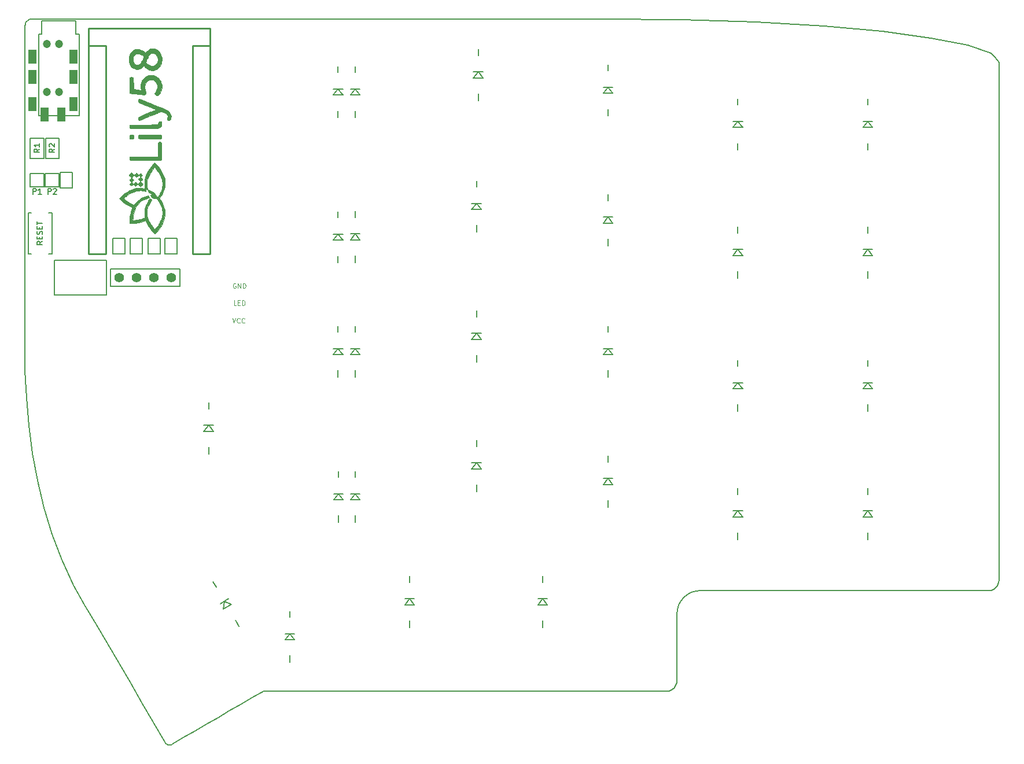
<source format=gto>
G04 #@! TF.GenerationSoftware,KiCad,Pcbnew,(6.0.8-1)-1*
G04 #@! TF.CreationDate,2023-02-20T13:07:17+02:00*
G04 #@! TF.ProjectId,Lily58,4c696c79-3538-42e6-9b69-6361645f7063,rev?*
G04 #@! TF.SameCoordinates,Original*
G04 #@! TF.FileFunction,Legend,Top*
G04 #@! TF.FilePolarity,Positive*
%FSLAX46Y46*%
G04 Gerber Fmt 4.6, Leading zero omitted, Abs format (unit mm)*
G04 Created by KiCad (PCBNEW (6.0.8-1)-1) date 2023-02-20 13:07:17*
%MOMM*%
%LPD*%
G01*
G04 APERTURE LIST*
G04 #@! TA.AperFunction,Profile*
%ADD10C,0.200000*%
G04 #@! TD*
%ADD11C,0.125000*%
%ADD12C,0.150000*%
%ADD13C,0.250000*%
%ADD14C,0.010000*%
%ADD15C,1.200000*%
%ADD16R,1.200000X2.100000*%
%ADD17C,1.397000*%
G04 APERTURE END LIST*
D10*
X224900000Y-42700000D02*
X225460000Y-43436755D01*
D11*
X113266666Y-80916666D02*
X113500000Y-81616666D01*
X113733333Y-80916666D01*
X114366666Y-81550000D02*
X114333333Y-81583333D01*
X114233333Y-81616666D01*
X114166666Y-81616666D01*
X114066666Y-81583333D01*
X114000000Y-81516666D01*
X113966666Y-81450000D01*
X113933333Y-81316666D01*
X113933333Y-81216666D01*
X113966666Y-81083333D01*
X114000000Y-81016666D01*
X114066666Y-80950000D01*
X114166666Y-80916666D01*
X114233333Y-80916666D01*
X114333333Y-80950000D01*
X114366666Y-80983333D01*
X115066666Y-81550000D02*
X115033333Y-81583333D01*
X114933333Y-81616666D01*
X114866666Y-81616666D01*
X114766666Y-81583333D01*
X114700000Y-81516666D01*
X114666666Y-81450000D01*
X114633333Y-81316666D01*
X114633333Y-81216666D01*
X114666666Y-81083333D01*
X114700000Y-81016666D01*
X114766666Y-80950000D01*
X114866666Y-80916666D01*
X114933333Y-80916666D01*
X115033333Y-80950000D01*
X115066666Y-80983333D01*
X113766666Y-75850000D02*
X113700000Y-75816666D01*
X113600000Y-75816666D01*
X113500000Y-75850000D01*
X113433333Y-75916666D01*
X113400000Y-75983333D01*
X113366666Y-76116666D01*
X113366666Y-76216666D01*
X113400000Y-76350000D01*
X113433333Y-76416666D01*
X113500000Y-76483333D01*
X113600000Y-76516666D01*
X113666666Y-76516666D01*
X113766666Y-76483333D01*
X113800000Y-76450000D01*
X113800000Y-76216666D01*
X113666666Y-76216666D01*
X114100000Y-76516666D02*
X114100000Y-75816666D01*
X114500000Y-76516666D01*
X114500000Y-75816666D01*
X114833333Y-76516666D02*
X114833333Y-75816666D01*
X115000000Y-75816666D01*
X115100000Y-75850000D01*
X115166666Y-75916666D01*
X115200000Y-75983333D01*
X115233333Y-76116666D01*
X115233333Y-76216666D01*
X115200000Y-76350000D01*
X115166666Y-76416666D01*
X115100000Y-76483333D01*
X115000000Y-76516666D01*
X114833333Y-76516666D01*
X113850000Y-79016666D02*
X113516666Y-79016666D01*
X113516666Y-78316666D01*
X114083333Y-78650000D02*
X114316666Y-78650000D01*
X114416666Y-79016666D02*
X114083333Y-79016666D01*
X114083333Y-78316666D01*
X114416666Y-78316666D01*
X114716666Y-79016666D02*
X114716666Y-78316666D01*
X114883333Y-78316666D01*
X114983333Y-78350000D01*
X115050000Y-78416666D01*
X115083333Y-78483333D01*
X115116666Y-78616666D01*
X115116666Y-78716666D01*
X115083333Y-78850000D01*
X115050000Y-78916666D01*
X114983333Y-78983333D01*
X114883333Y-79016666D01*
X114716666Y-79016666D01*
D10*
X82937528Y-50750629D02*
X82937528Y-44443695D01*
X82937528Y-57057562D02*
X82937528Y-50750629D01*
X115211711Y-37086762D02*
X104803877Y-37086762D01*
X218692418Y-120789735D02*
X223959999Y-120789735D01*
X213424836Y-120789735D02*
X218692418Y-120789735D01*
X208157255Y-120789735D02*
X213424836Y-120789735D01*
X202889673Y-120789735D02*
X208157255Y-120789735D01*
X197622092Y-120789735D02*
X202889673Y-120789735D01*
X192354511Y-120789735D02*
X197622092Y-120789735D01*
X187086929Y-120789735D02*
X192354511Y-120789735D01*
X181819348Y-120789735D02*
X187086929Y-120789735D01*
X181113524Y-120860778D02*
X181819348Y-120789735D01*
X180456326Y-121064561D02*
X181113524Y-120860778D01*
X179861773Y-121387065D02*
X180456326Y-121064561D01*
X179343884Y-121814271D02*
X179861773Y-121387065D01*
X178916678Y-122332160D02*
X179343884Y-121814271D01*
X178594174Y-122926713D02*
X178916678Y-122332160D01*
X178390391Y-123583911D02*
X178594174Y-122926713D01*
X178319348Y-124289735D02*
X178390391Y-123583911D01*
X199807654Y-38170488D02*
X189919538Y-37585374D01*
X208420758Y-38945561D02*
X199807654Y-38170488D01*
X215525697Y-39885159D02*
X208420758Y-38945561D01*
X220889319Y-40963847D02*
X215525697Y-39885159D01*
X178989563Y-37215654D02*
X167250881Y-37086762D01*
X189919538Y-37585374D02*
X178989563Y-37215654D01*
X177658308Y-135255660D02*
X177403500Y-135393876D01*
X177880261Y-135072571D02*
X177658308Y-135255660D01*
X178063349Y-134850619D02*
X177880261Y-135072571D01*
X178201565Y-134595810D02*
X178063349Y-134850619D01*
X178288901Y-134314154D02*
X178201565Y-134595810D01*
X178319348Y-134011658D02*
X178288901Y-134314154D01*
X225460000Y-52918378D02*
X225460000Y-62400000D01*
X225460000Y-43436755D02*
X225460000Y-52918378D01*
X82937528Y-69671429D02*
X82937528Y-63364495D01*
X82937528Y-75978362D02*
X82937528Y-69671429D01*
X82937528Y-82285296D02*
X82937528Y-75978362D01*
X82937528Y-88592229D02*
X82937528Y-82285296D01*
X104807833Y-37086762D02*
X94400000Y-37086762D01*
X125619545Y-37086762D02*
X115211711Y-37086762D01*
X136027379Y-37086762D02*
X125619545Y-37086762D01*
X146435213Y-37086762D02*
X136027379Y-37086762D01*
X156843047Y-37086762D02*
X146435213Y-37086762D01*
X167250881Y-37086762D02*
X156843047Y-37086762D01*
X83400937Y-37265961D02*
X83579303Y-37169210D01*
X83245570Y-37394123D02*
X83400937Y-37265961D01*
X83117409Y-37549489D02*
X83245570Y-37394123D01*
X83020657Y-37727855D02*
X83117409Y-37549489D01*
X82959523Y-37925015D02*
X83020657Y-37727855D01*
X82938210Y-38136762D02*
X82959523Y-37925015D01*
X83776462Y-37108075D02*
X83988210Y-37086762D01*
X83579303Y-37169210D02*
X83776462Y-37108075D01*
X94396044Y-37086762D02*
X83988210Y-37086762D01*
X82937528Y-63364495D02*
X82937528Y-57057562D01*
X82937528Y-44443695D02*
X82937528Y-38136762D01*
X88291758Y-116318073D02*
X89993333Y-119989540D01*
X86863105Y-112530670D02*
X88291758Y-116318073D01*
X85688004Y-108649127D02*
X86863105Y-112530670D01*
X84747083Y-104695246D02*
X85688004Y-108649127D01*
X84020972Y-100690825D02*
X84747083Y-104695246D01*
X83490297Y-96657663D02*
X84020972Y-100690825D01*
X83135690Y-92617561D02*
X83490297Y-96657663D01*
X82937777Y-88592317D02*
X83135690Y-92617561D01*
X104288864Y-143357278D02*
X104456758Y-143271756D01*
X104130206Y-143404468D02*
X104288864Y-143357278D01*
X103981252Y-143413974D02*
X104130206Y-143404468D01*
X103842470Y-143386445D02*
X103981252Y-143413974D01*
X103714328Y-143322532D02*
X103842470Y-143386445D01*
X103597295Y-143222884D02*
X103714328Y-143322532D01*
X103491837Y-143088150D02*
X103597295Y-143222884D01*
X103398425Y-142918979D02*
X103491837Y-143088150D01*
X116186619Y-136480784D02*
X117862313Y-135510645D01*
X114510925Y-137450923D02*
X116186619Y-136480784D01*
X112835230Y-138421062D02*
X114510925Y-137450923D01*
X111159536Y-139391201D02*
X112835230Y-138421062D01*
X109483841Y-140361340D02*
X111159536Y-139391201D01*
X107808147Y-141331479D02*
X109483841Y-140361340D01*
X106132452Y-142301617D02*
X107808147Y-141331479D01*
X104456758Y-143271756D02*
X106132452Y-142301617D01*
X101722730Y-140052659D02*
X103398425Y-142918979D01*
X100047036Y-137186340D02*
X101722730Y-140052659D01*
X98371341Y-134320020D02*
X100047036Y-137186340D01*
X96695647Y-131453701D02*
X98371341Y-134320020D01*
X95019952Y-128587381D02*
X96695647Y-131453701D01*
X93344258Y-125721062D02*
X95019952Y-128587381D01*
X91668563Y-122854742D02*
X93344258Y-125721062D01*
X89992869Y-119988423D02*
X91668563Y-122854742D01*
X169449826Y-135511658D02*
X176819348Y-135511658D01*
X162080304Y-135511658D02*
X169449826Y-135511658D01*
X154710782Y-135511658D02*
X162080304Y-135511658D01*
X147341260Y-135511658D02*
X154710782Y-135511658D01*
X139971738Y-135511658D02*
X147341260Y-135511658D01*
X132602217Y-135511658D02*
X139971738Y-135511658D01*
X125232695Y-135511658D02*
X132602217Y-135511658D01*
X117863173Y-135511658D02*
X125232695Y-135511658D01*
X178319348Y-132816013D02*
X178319348Y-134011658D01*
X178319348Y-131597973D02*
X178319348Y-132816013D01*
X178319348Y-130379933D02*
X178319348Y-131597973D01*
X178319348Y-129161894D02*
X178319348Y-130379933D01*
X178319348Y-127943854D02*
X178319348Y-129161894D01*
X178319348Y-126725814D02*
X178319348Y-127943854D01*
X178319348Y-125507775D02*
X178319348Y-126725814D01*
X178319348Y-124289735D02*
X178319348Y-125507775D01*
X177121844Y-135481211D02*
X176819348Y-135511658D01*
X177403500Y-135393876D02*
X177121844Y-135481211D01*
X224278471Y-42156190D02*
X220889319Y-40963847D01*
X224900000Y-42700000D02*
X224278471Y-42156190D01*
X224262495Y-120759288D02*
X223959999Y-120789735D01*
X224544152Y-120671952D02*
X224262495Y-120759288D01*
X224798960Y-120533736D02*
X224544152Y-120671952D01*
X225020912Y-120350648D02*
X224798960Y-120533736D01*
X225204001Y-120128696D02*
X225020912Y-120350648D01*
X225342217Y-119873887D02*
X225204001Y-120128696D01*
X225429552Y-119592231D02*
X225342217Y-119873887D01*
X225459999Y-119289735D02*
X225429552Y-119592231D01*
X225460000Y-109808112D02*
X225460000Y-119289735D01*
X225460000Y-100326490D02*
X225460000Y-109808112D01*
X225460000Y-90844867D02*
X225460000Y-100326490D01*
X225460000Y-81363245D02*
X225460000Y-90844867D01*
X225460000Y-71881623D02*
X225460000Y-81363245D01*
X225460000Y-62400000D02*
X225460000Y-71881623D01*
D12*
X85461904Y-69661904D02*
X85080952Y-69928571D01*
X85461904Y-70119047D02*
X84661904Y-70119047D01*
X84661904Y-69814285D01*
X84700000Y-69738095D01*
X84738095Y-69700000D01*
X84814285Y-69661904D01*
X84928571Y-69661904D01*
X85004761Y-69700000D01*
X85042857Y-69738095D01*
X85080952Y-69814285D01*
X85080952Y-70119047D01*
X85042857Y-69319047D02*
X85042857Y-69052380D01*
X85461904Y-68938095D02*
X85461904Y-69319047D01*
X84661904Y-69319047D01*
X84661904Y-68938095D01*
X85423809Y-68633333D02*
X85461904Y-68519047D01*
X85461904Y-68328571D01*
X85423809Y-68252380D01*
X85385714Y-68214285D01*
X85309523Y-68176190D01*
X85233333Y-68176190D01*
X85157142Y-68214285D01*
X85119047Y-68252380D01*
X85080952Y-68328571D01*
X85042857Y-68480952D01*
X85004761Y-68557142D01*
X84966666Y-68595238D01*
X84890476Y-68633333D01*
X84814285Y-68633333D01*
X84738095Y-68595238D01*
X84700000Y-68557142D01*
X84661904Y-68480952D01*
X84661904Y-68290476D01*
X84700000Y-68176190D01*
X85042857Y-67833333D02*
X85042857Y-67566666D01*
X85461904Y-67452380D02*
X85461904Y-67833333D01*
X84661904Y-67833333D01*
X84661904Y-67452380D01*
X84661904Y-67223809D02*
X84661904Y-66766666D01*
X85461904Y-66995238D02*
X84661904Y-66995238D01*
X85067695Y-56135466D02*
X84680647Y-56406400D01*
X85067695Y-56599923D02*
X84254895Y-56599923D01*
X84254895Y-56290285D01*
X84293600Y-56212876D01*
X84332304Y-56174171D01*
X84409714Y-56135466D01*
X84525828Y-56135466D01*
X84603238Y-56174171D01*
X84641942Y-56212876D01*
X84680647Y-56290285D01*
X84680647Y-56599923D01*
X85067695Y-55361371D02*
X85067695Y-55825828D01*
X85067695Y-55593600D02*
X84254895Y-55593600D01*
X84371009Y-55671009D01*
X84448419Y-55748419D01*
X84487123Y-55825828D01*
X87267695Y-56135466D02*
X86880647Y-56406400D01*
X87267695Y-56599923D02*
X86454895Y-56599923D01*
X86454895Y-56290285D01*
X86493600Y-56212876D01*
X86532304Y-56174171D01*
X86609714Y-56135466D01*
X86725828Y-56135466D01*
X86803238Y-56174171D01*
X86841942Y-56212876D01*
X86880647Y-56290285D01*
X86880647Y-56599923D01*
X86532304Y-55825828D02*
X86493600Y-55787123D01*
X86454895Y-55709714D01*
X86454895Y-55516190D01*
X86493600Y-55438780D01*
X86532304Y-55400076D01*
X86609714Y-55361371D01*
X86687123Y-55361371D01*
X86803238Y-55400076D01*
X87267695Y-55864533D01*
X87267695Y-55361371D01*
X86300076Y-62739639D02*
X86300076Y-61926839D01*
X86609714Y-61926839D01*
X86687123Y-61965544D01*
X86725828Y-62004248D01*
X86764533Y-62081658D01*
X86764533Y-62197772D01*
X86725828Y-62275182D01*
X86687123Y-62313886D01*
X86609714Y-62352591D01*
X86300076Y-62352591D01*
X87074171Y-62004248D02*
X87112876Y-61965544D01*
X87190285Y-61926839D01*
X87383809Y-61926839D01*
X87461219Y-61965544D01*
X87499923Y-62004248D01*
X87538628Y-62081658D01*
X87538628Y-62159067D01*
X87499923Y-62275182D01*
X87035466Y-62739639D01*
X87538628Y-62739639D01*
X84100076Y-62739639D02*
X84100076Y-61926839D01*
X84409714Y-61926839D01*
X84487123Y-61965544D01*
X84525828Y-62004248D01*
X84564533Y-62081658D01*
X84564533Y-62197772D01*
X84525828Y-62275182D01*
X84487123Y-62313886D01*
X84409714Y-62352591D01*
X84100076Y-62352591D01*
X85338628Y-62739639D02*
X84874171Y-62739639D01*
X85106400Y-62739639D02*
X85106400Y-61926839D01*
X85028990Y-62042953D01*
X84951580Y-62120363D01*
X84874171Y-62159067D01*
X84900000Y-51300000D02*
X84900000Y-39300000D01*
X90900000Y-51300000D02*
X84900000Y-51300000D01*
X90900000Y-39300000D02*
X90900000Y-51300000D01*
X84900000Y-39300000D02*
X85400000Y-39300000D01*
X90400000Y-39300000D02*
X90400000Y-37400000D01*
X85400000Y-39300000D02*
X85400000Y-37400000D01*
X90900000Y-39300000D02*
X90400000Y-39300000D01*
X85400000Y-37400000D02*
X90400000Y-37400000D01*
X128750000Y-50550000D02*
X128750000Y-51550000D01*
X128750000Y-44050000D02*
X128750000Y-44950000D01*
X129450000Y-48250000D02*
X128050000Y-48250000D01*
X128050000Y-48250000D02*
X128750000Y-47350000D01*
X128750000Y-47350000D02*
X129450000Y-48250000D01*
X129450000Y-47350000D02*
X128050000Y-47350000D01*
X113700000Y-125124871D02*
X114200000Y-125990897D01*
X110450000Y-119495706D02*
X110900000Y-120275129D01*
X113156218Y-122783013D02*
X111943782Y-123483013D01*
X111943782Y-123483013D02*
X112100000Y-122353590D01*
X112100000Y-122353590D02*
X113156218Y-122783013D01*
X112706218Y-122003590D02*
X111493782Y-122703590D01*
X131250000Y-109800000D02*
X131250000Y-110800000D01*
X131250000Y-103300000D02*
X131250000Y-104200000D01*
X131950000Y-107500000D02*
X130550000Y-107500000D01*
X130550000Y-107500000D02*
X131250000Y-106600000D01*
X131250000Y-106600000D02*
X131950000Y-107500000D01*
X131950000Y-106600000D02*
X130550000Y-106600000D01*
X128750000Y-71800000D02*
X128750000Y-72800000D01*
X128750000Y-65300000D02*
X128750000Y-66200000D01*
X129450000Y-69500000D02*
X128050000Y-69500000D01*
X128050000Y-69500000D02*
X128750000Y-68600000D01*
X128750000Y-68600000D02*
X129450000Y-69500000D01*
X129450000Y-68600000D02*
X128050000Y-68600000D01*
X131250000Y-50550000D02*
X131250000Y-51550000D01*
X131250000Y-44050000D02*
X131250000Y-44950000D01*
X131950000Y-48250000D02*
X130550000Y-48250000D01*
X130550000Y-48250000D02*
X131250000Y-47350000D01*
X131250000Y-47350000D02*
X131950000Y-48250000D01*
X131950000Y-47350000D02*
X130550000Y-47350000D01*
X149250000Y-48050000D02*
X149250000Y-49050000D01*
X149250000Y-41550000D02*
X149250000Y-42450000D01*
X149950000Y-45750000D02*
X148550000Y-45750000D01*
X148550000Y-45750000D02*
X149250000Y-44850000D01*
X149250000Y-44850000D02*
X149950000Y-45750000D01*
X149950000Y-44850000D02*
X148550000Y-44850000D01*
X168250000Y-50300000D02*
X168250000Y-51300000D01*
X168250000Y-43800000D02*
X168250000Y-44700000D01*
X168950000Y-48000000D02*
X167550000Y-48000000D01*
X167550000Y-48000000D02*
X168250000Y-47100000D01*
X168250000Y-47100000D02*
X168950000Y-48000000D01*
X168950000Y-47100000D02*
X167550000Y-47100000D01*
X187250000Y-55300000D02*
X187250000Y-56300000D01*
X187250000Y-48800000D02*
X187250000Y-49700000D01*
X187950000Y-53000000D02*
X186550000Y-53000000D01*
X186550000Y-53000000D02*
X187250000Y-52100000D01*
X187250000Y-52100000D02*
X187950000Y-53000000D01*
X187950000Y-52100000D02*
X186550000Y-52100000D01*
X206250000Y-55300000D02*
X206250000Y-56300000D01*
X206250000Y-48800000D02*
X206250000Y-49700000D01*
X206950000Y-53000000D02*
X205550000Y-53000000D01*
X205550000Y-53000000D02*
X206250000Y-52100000D01*
X206250000Y-52100000D02*
X206950000Y-53000000D01*
X206950000Y-52100000D02*
X205550000Y-52100000D01*
X131252540Y-71752540D02*
X131252540Y-72752540D01*
X131252540Y-65252540D02*
X131252540Y-66152540D01*
X131952540Y-69452540D02*
X130552540Y-69452540D01*
X130552540Y-69452540D02*
X131252540Y-68552540D01*
X131252540Y-68552540D02*
X131952540Y-69452540D01*
X131952540Y-68552540D02*
X130552540Y-68552540D01*
X149000000Y-67300000D02*
X149000000Y-68300000D01*
X149000000Y-60800000D02*
X149000000Y-61700000D01*
X149700000Y-65000000D02*
X148300000Y-65000000D01*
X148300000Y-65000000D02*
X149000000Y-64100000D01*
X149000000Y-64100000D02*
X149700000Y-65000000D01*
X149700000Y-64100000D02*
X148300000Y-64100000D01*
X168250000Y-69300000D02*
X168250000Y-70300000D01*
X168250000Y-62800000D02*
X168250000Y-63700000D01*
X168950000Y-67000000D02*
X167550000Y-67000000D01*
X167550000Y-67000000D02*
X168250000Y-66100000D01*
X168250000Y-66100000D02*
X168950000Y-67000000D01*
X168950000Y-66100000D02*
X167550000Y-66100000D01*
X187250000Y-74050000D02*
X187250000Y-75050000D01*
X187250000Y-67550000D02*
X187250000Y-68450000D01*
X187950000Y-71750000D02*
X186550000Y-71750000D01*
X186550000Y-71750000D02*
X187250000Y-70850000D01*
X187250000Y-70850000D02*
X187950000Y-71750000D01*
X187950000Y-70850000D02*
X186550000Y-70850000D01*
X206250000Y-74050000D02*
X206250000Y-75050000D01*
X206250000Y-67550000D02*
X206250000Y-68450000D01*
X206950000Y-71750000D02*
X205550000Y-71750000D01*
X205550000Y-71750000D02*
X206250000Y-70850000D01*
X206250000Y-70850000D02*
X206950000Y-71750000D01*
X206950000Y-70850000D02*
X205550000Y-70850000D01*
X128750000Y-88550000D02*
X128750000Y-89550000D01*
X128750000Y-82050000D02*
X128750000Y-82950000D01*
X129450000Y-86250000D02*
X128050000Y-86250000D01*
X128050000Y-86250000D02*
X128750000Y-85350000D01*
X128750000Y-85350000D02*
X129450000Y-86250000D01*
X129450000Y-85350000D02*
X128050000Y-85350000D01*
X131250000Y-88550000D02*
X131250000Y-89550000D01*
X131250000Y-82050000D02*
X131250000Y-82950000D01*
X131950000Y-86250000D02*
X130550000Y-86250000D01*
X130550000Y-86250000D02*
X131250000Y-85350000D01*
X131250000Y-85350000D02*
X131950000Y-86250000D01*
X131950000Y-85350000D02*
X130550000Y-85350000D01*
X149000000Y-86300000D02*
X149000000Y-87300000D01*
X149000000Y-79800000D02*
X149000000Y-80700000D01*
X149700000Y-84000000D02*
X148300000Y-84000000D01*
X148300000Y-84000000D02*
X149000000Y-83100000D01*
X149000000Y-83100000D02*
X149700000Y-84000000D01*
X149700000Y-83100000D02*
X148300000Y-83100000D01*
X168250000Y-88550000D02*
X168250000Y-89550000D01*
X168250000Y-82050000D02*
X168250000Y-82950000D01*
X168950000Y-86250000D02*
X167550000Y-86250000D01*
X167550000Y-86250000D02*
X168250000Y-85350000D01*
X168250000Y-85350000D02*
X168950000Y-86250000D01*
X168950000Y-85350000D02*
X167550000Y-85350000D01*
X187250000Y-93550000D02*
X187250000Y-94550000D01*
X187250000Y-87050000D02*
X187250000Y-87950000D01*
X187950000Y-91250000D02*
X186550000Y-91250000D01*
X186550000Y-91250000D02*
X187250000Y-90350000D01*
X187250000Y-90350000D02*
X187950000Y-91250000D01*
X187950000Y-90350000D02*
X186550000Y-90350000D01*
X206250000Y-93550000D02*
X206250000Y-94550000D01*
X206250000Y-87050000D02*
X206250000Y-87950000D01*
X206950000Y-91250000D02*
X205550000Y-91250000D01*
X205550000Y-91250000D02*
X206250000Y-90350000D01*
X206250000Y-90350000D02*
X206950000Y-91250000D01*
X206950000Y-90350000D02*
X205550000Y-90350000D01*
X128800000Y-109800000D02*
X128800000Y-110800000D01*
X128800000Y-103300000D02*
X128800000Y-104200000D01*
X129500000Y-107500000D02*
X128100000Y-107500000D01*
X128100000Y-107500000D02*
X128800000Y-106600000D01*
X128800000Y-106600000D02*
X129500000Y-107500000D01*
X129500000Y-106600000D02*
X128100000Y-106600000D01*
X149000000Y-105300000D02*
X149000000Y-106300000D01*
X149000000Y-98800000D02*
X149000000Y-99700000D01*
X149700000Y-103000000D02*
X148300000Y-103000000D01*
X148300000Y-103000000D02*
X149000000Y-102100000D01*
X149000000Y-102100000D02*
X149700000Y-103000000D01*
X149700000Y-102100000D02*
X148300000Y-102100000D01*
X168250000Y-107550000D02*
X168250000Y-108550000D01*
X168250000Y-101050000D02*
X168250000Y-101950000D01*
X168950000Y-105250000D02*
X167550000Y-105250000D01*
X167550000Y-105250000D02*
X168250000Y-104350000D01*
X168250000Y-104350000D02*
X168950000Y-105250000D01*
X168950000Y-104350000D02*
X167550000Y-104350000D01*
X187250000Y-112300000D02*
X187250000Y-113300000D01*
X187250000Y-105800000D02*
X187250000Y-106700000D01*
X187950000Y-110000000D02*
X186550000Y-110000000D01*
X186550000Y-110000000D02*
X187250000Y-109100000D01*
X187250000Y-109100000D02*
X187950000Y-110000000D01*
X187950000Y-109100000D02*
X186550000Y-109100000D01*
X206250000Y-112300000D02*
X206250000Y-113300000D01*
X206250000Y-105800000D02*
X206250000Y-106700000D01*
X206950000Y-110000000D02*
X205550000Y-110000000D01*
X205550000Y-110000000D02*
X206250000Y-109100000D01*
X206250000Y-109100000D02*
X206950000Y-110000000D01*
X206950000Y-109100000D02*
X205550000Y-109100000D01*
X109800000Y-99800000D02*
X109800000Y-100800000D01*
X109800000Y-93300000D02*
X109800000Y-94200000D01*
X110500000Y-97500000D02*
X109100000Y-97500000D01*
X109100000Y-97500000D02*
X109800000Y-96600000D01*
X109800000Y-96600000D02*
X110500000Y-97500000D01*
X110500000Y-96600000D02*
X109100000Y-96600000D01*
X121700000Y-130300000D02*
X121700000Y-131300000D01*
X121700000Y-123800000D02*
X121700000Y-124700000D01*
X122400000Y-128000000D02*
X121000000Y-128000000D01*
X121000000Y-128000000D02*
X121700000Y-127100000D01*
X121700000Y-127100000D02*
X122400000Y-128000000D01*
X122400000Y-127100000D02*
X121000000Y-127100000D01*
X139200000Y-125200000D02*
X139200000Y-126200000D01*
X139200000Y-118700000D02*
X139200000Y-119600000D01*
X139900000Y-122900000D02*
X138500000Y-122900000D01*
X138500000Y-122900000D02*
X139200000Y-122000000D01*
X139200000Y-122000000D02*
X139900000Y-122900000D01*
X139900000Y-122000000D02*
X138500000Y-122000000D01*
X158700000Y-125200000D02*
X158700000Y-126200000D01*
X158700000Y-118700000D02*
X158700000Y-119600000D01*
X159400000Y-122900000D02*
X158000000Y-122900000D01*
X158000000Y-122900000D02*
X158700000Y-122000000D01*
X158700000Y-122000000D02*
X159400000Y-122900000D01*
X159400000Y-122000000D02*
X158000000Y-122000000D01*
X94833973Y-77533759D02*
X87213973Y-77533759D01*
X94833973Y-72453759D02*
X94833973Y-77533759D01*
X87213973Y-72453759D02*
X94833973Y-72453759D01*
X87213973Y-77533759D02*
X87213973Y-72453759D01*
X86900000Y-71500000D02*
X86900000Y-65500000D01*
X83400000Y-65500000D02*
X83400000Y-71500000D01*
X86900000Y-71500000D02*
X86400000Y-71500000D01*
X83400000Y-71500000D02*
X83800000Y-71500000D01*
X83400000Y-65500000D02*
X83800000Y-65500000D01*
X86900000Y-65500000D02*
X86400000Y-65500000D01*
X85688795Y-57540412D02*
X85688795Y-54538132D01*
X83687275Y-57540412D02*
X85688795Y-57540412D01*
X83687275Y-54538132D02*
X83687275Y-57540412D01*
X85688795Y-54538132D02*
X83687275Y-54538132D01*
X87938795Y-57540412D02*
X87938795Y-54538132D01*
X85937275Y-57540412D02*
X87938795Y-57540412D01*
X85937275Y-54538132D02*
X85937275Y-57540412D01*
X87938795Y-54538132D02*
X85937275Y-54538132D01*
X85900000Y-61700000D02*
X87900000Y-61700000D01*
X85900000Y-59700000D02*
X85900000Y-61700000D01*
X87900000Y-59700000D02*
X85900000Y-59700000D01*
X87900000Y-61700000D02*
X87900000Y-59700000D01*
X83700000Y-61700000D02*
X85700000Y-61700000D01*
X83700000Y-59700000D02*
X83700000Y-61700000D01*
X85700000Y-59700000D02*
X83700000Y-59700000D01*
X85700000Y-61700000D02*
X85700000Y-59700000D01*
D13*
X107448815Y-71535745D02*
X109988815Y-71535745D01*
X94748815Y-41055745D02*
X92208815Y-41055745D01*
D12*
X92208815Y-41055745D02*
X92208815Y-71535745D01*
D13*
X92208815Y-38515745D02*
X92208815Y-71535745D01*
X109988815Y-38515745D02*
X92208815Y-38515745D01*
X92208815Y-71535745D02*
X94748815Y-71535745D01*
X109988815Y-41055745D02*
X107448815Y-41055745D01*
X109988815Y-71535745D02*
X109988815Y-38515745D01*
X107448815Y-41055745D02*
X107448815Y-71535745D01*
X94748815Y-71535745D02*
X94748815Y-41055745D01*
D12*
X109988815Y-71535745D02*
X109988815Y-41055745D01*
X88111000Y-61843000D02*
X88111000Y-59557000D01*
X88111000Y-59557000D02*
X89889000Y-59557000D01*
X89889000Y-59557000D02*
X89889000Y-61843000D01*
X89889000Y-61843000D02*
X88111000Y-61843000D01*
X103411000Y-71543000D02*
X103411000Y-69257000D01*
X103411000Y-69257000D02*
X105189000Y-69257000D01*
X105189000Y-69257000D02*
X105189000Y-71543000D01*
X105189000Y-71543000D02*
X103411000Y-71543000D01*
X102689000Y-71543000D02*
X100911000Y-71543000D01*
X102689000Y-69257000D02*
X102689000Y-71543000D01*
X100911000Y-69257000D02*
X102689000Y-69257000D01*
X100911000Y-71543000D02*
X100911000Y-69257000D01*
X98311000Y-71543000D02*
X98311000Y-69257000D01*
X98311000Y-69257000D02*
X100089000Y-69257000D01*
X100089000Y-69257000D02*
X100089000Y-71543000D01*
X100089000Y-71543000D02*
X98311000Y-71543000D01*
X97589000Y-71543000D02*
X95811000Y-71543000D01*
X97589000Y-69257000D02*
X97589000Y-71543000D01*
X95811000Y-69257000D02*
X97589000Y-69257000D01*
X95811000Y-71543000D02*
X95811000Y-69257000D01*
X95430000Y-76270000D02*
X95430000Y-73730000D01*
X105590000Y-73730000D02*
X105590000Y-76270000D01*
X95430000Y-73730000D02*
X105590000Y-73730000D01*
X95430000Y-76270000D02*
X105590000Y-76270000D01*
G36*
X99691997Y-48827329D02*
G01*
X99756642Y-48850438D01*
X99853927Y-48887346D01*
X99980663Y-48936737D01*
X100133662Y-48997296D01*
X100309736Y-49067708D01*
X100505697Y-49146659D01*
X100718357Y-49232832D01*
X100944528Y-49324913D01*
X101181021Y-49421586D01*
X101424650Y-49521537D01*
X101672225Y-49623450D01*
X101920559Y-49726009D01*
X102166463Y-49827901D01*
X102406750Y-49927809D01*
X102638232Y-50024419D01*
X102857719Y-50116415D01*
X103062025Y-50202483D01*
X103247962Y-50281306D01*
X103412340Y-50351570D01*
X103551972Y-50411960D01*
X103663671Y-50461161D01*
X103744248Y-50497857D01*
X103790514Y-50520733D01*
X103797351Y-50524787D01*
X103964400Y-50657406D01*
X104098950Y-50810896D01*
X104199347Y-50980871D01*
X104263937Y-51162947D01*
X104291067Y-51352738D01*
X104279082Y-51545860D01*
X104240365Y-51699383D01*
X104195049Y-51817435D01*
X104150611Y-51899478D01*
X104103107Y-51951560D01*
X104060184Y-51975742D01*
X103980809Y-51985077D01*
X103891532Y-51961420D01*
X103803784Y-51908344D01*
X103780650Y-51888330D01*
X103737728Y-51842522D01*
X103720988Y-51800579D01*
X103722483Y-51741323D01*
X103723159Y-51735135D01*
X103737814Y-51656483D01*
X103761873Y-51571451D01*
X103769595Y-51549834D01*
X103797538Y-51420824D01*
X103784784Y-51292211D01*
X103732825Y-51167895D01*
X103643151Y-51051778D01*
X103547666Y-50969176D01*
X103485932Y-50929529D01*
X103400892Y-50882790D01*
X103300358Y-50832404D01*
X103192140Y-50781818D01*
X103084046Y-50734476D01*
X102983887Y-50693826D01*
X102899472Y-50663311D01*
X102838613Y-50646379D01*
X102812505Y-50644821D01*
X102787572Y-50654465D01*
X102726672Y-50679313D01*
X102632836Y-50718099D01*
X102509096Y-50769554D01*
X102358481Y-50832411D01*
X102184024Y-50905405D01*
X101988754Y-50987267D01*
X101775703Y-51076730D01*
X101547902Y-51172527D01*
X101308381Y-51273391D01*
X101233891Y-51304788D01*
X100944568Y-51426746D01*
X100691696Y-51533174D01*
X100472696Y-51624939D01*
X100284990Y-51702906D01*
X100125999Y-51767943D01*
X99993146Y-51820916D01*
X99883851Y-51862693D01*
X99795537Y-51894141D01*
X99725626Y-51916126D01*
X99671539Y-51929515D01*
X99630698Y-51935175D01*
X99600525Y-51933973D01*
X99578442Y-51926776D01*
X99561869Y-51914451D01*
X99548230Y-51897864D01*
X99534945Y-51877882D01*
X99533945Y-51876354D01*
X99513803Y-51819827D01*
X99504743Y-51738580D01*
X99505974Y-51646310D01*
X99516704Y-51556713D01*
X99536141Y-51483485D01*
X99558921Y-51444339D01*
X99584724Y-51429890D01*
X99645703Y-51401366D01*
X99737751Y-51360466D01*
X99856759Y-51308890D01*
X99998619Y-51248335D01*
X100159223Y-51180501D01*
X100334461Y-51107086D01*
X100520227Y-51029789D01*
X100712411Y-50950310D01*
X100906906Y-50870347D01*
X101099603Y-50791598D01*
X101286394Y-50715763D01*
X101463170Y-50644541D01*
X101625824Y-50579630D01*
X101770247Y-50522729D01*
X101892330Y-50475538D01*
X101987966Y-50439754D01*
X101990591Y-50438800D01*
X102179432Y-50370182D01*
X102096424Y-50343406D01*
X102062304Y-50330953D01*
X101992504Y-50304266D01*
X101890671Y-50264777D01*
X101760452Y-50213917D01*
X101605496Y-50153117D01*
X101429450Y-50083810D01*
X101235962Y-50007426D01*
X101028679Y-49925398D01*
X100811249Y-49839156D01*
X100790791Y-49831031D01*
X100534356Y-49729347D01*
X100314316Y-49642097D01*
X100127901Y-49567647D01*
X99972340Y-49504366D01*
X99844863Y-49450621D01*
X99742698Y-49404778D01*
X99663077Y-49365205D01*
X99603227Y-49330270D01*
X99560378Y-49298339D01*
X99531759Y-49267781D01*
X99514601Y-49236961D01*
X99506132Y-49204249D01*
X99503582Y-49168010D01*
X99504179Y-49126612D01*
X99505155Y-49078423D01*
X99505166Y-49073423D01*
X99507031Y-48990784D01*
X99514847Y-48937440D01*
X99531944Y-48900436D01*
X99557121Y-48871288D01*
X99608456Y-48835213D01*
X99661218Y-48819367D01*
X99663179Y-48819334D01*
X99691997Y-48827329D01*
G37*
D14*
X99691997Y-48827329D02*
X99756642Y-48850438D01*
X99853927Y-48887346D01*
X99980663Y-48936737D01*
X100133662Y-48997296D01*
X100309736Y-49067708D01*
X100505697Y-49146659D01*
X100718357Y-49232832D01*
X100944528Y-49324913D01*
X101181021Y-49421586D01*
X101424650Y-49521537D01*
X101672225Y-49623450D01*
X101920559Y-49726009D01*
X102166463Y-49827901D01*
X102406750Y-49927809D01*
X102638232Y-50024419D01*
X102857719Y-50116415D01*
X103062025Y-50202483D01*
X103247962Y-50281306D01*
X103412340Y-50351570D01*
X103551972Y-50411960D01*
X103663671Y-50461161D01*
X103744248Y-50497857D01*
X103790514Y-50520733D01*
X103797351Y-50524787D01*
X103964400Y-50657406D01*
X104098950Y-50810896D01*
X104199347Y-50980871D01*
X104263937Y-51162947D01*
X104291067Y-51352738D01*
X104279082Y-51545860D01*
X104240365Y-51699383D01*
X104195049Y-51817435D01*
X104150611Y-51899478D01*
X104103107Y-51951560D01*
X104060184Y-51975742D01*
X103980809Y-51985077D01*
X103891532Y-51961420D01*
X103803784Y-51908344D01*
X103780650Y-51888330D01*
X103737728Y-51842522D01*
X103720988Y-51800579D01*
X103722483Y-51741323D01*
X103723159Y-51735135D01*
X103737814Y-51656483D01*
X103761873Y-51571451D01*
X103769595Y-51549834D01*
X103797538Y-51420824D01*
X103784784Y-51292211D01*
X103732825Y-51167895D01*
X103643151Y-51051778D01*
X103547666Y-50969176D01*
X103485932Y-50929529D01*
X103400892Y-50882790D01*
X103300358Y-50832404D01*
X103192140Y-50781818D01*
X103084046Y-50734476D01*
X102983887Y-50693826D01*
X102899472Y-50663311D01*
X102838613Y-50646379D01*
X102812505Y-50644821D01*
X102787572Y-50654465D01*
X102726672Y-50679313D01*
X102632836Y-50718099D01*
X102509096Y-50769554D01*
X102358481Y-50832411D01*
X102184024Y-50905405D01*
X101988754Y-50987267D01*
X101775703Y-51076730D01*
X101547902Y-51172527D01*
X101308381Y-51273391D01*
X101233891Y-51304788D01*
X100944568Y-51426746D01*
X100691696Y-51533174D01*
X100472696Y-51624939D01*
X100284990Y-51702906D01*
X100125999Y-51767943D01*
X99993146Y-51820916D01*
X99883851Y-51862693D01*
X99795537Y-51894141D01*
X99725626Y-51916126D01*
X99671539Y-51929515D01*
X99630698Y-51935175D01*
X99600525Y-51933973D01*
X99578442Y-51926776D01*
X99561869Y-51914451D01*
X99548230Y-51897864D01*
X99534945Y-51877882D01*
X99533945Y-51876354D01*
X99513803Y-51819827D01*
X99504743Y-51738580D01*
X99505974Y-51646310D01*
X99516704Y-51556713D01*
X99536141Y-51483485D01*
X99558921Y-51444339D01*
X99584724Y-51429890D01*
X99645703Y-51401366D01*
X99737751Y-51360466D01*
X99856759Y-51308890D01*
X99998619Y-51248335D01*
X100159223Y-51180501D01*
X100334461Y-51107086D01*
X100520227Y-51029789D01*
X100712411Y-50950310D01*
X100906906Y-50870347D01*
X101099603Y-50791598D01*
X101286394Y-50715763D01*
X101463170Y-50644541D01*
X101625824Y-50579630D01*
X101770247Y-50522729D01*
X101892330Y-50475538D01*
X101987966Y-50439754D01*
X101990591Y-50438800D01*
X102179432Y-50370182D01*
X102096424Y-50343406D01*
X102062304Y-50330953D01*
X101992504Y-50304266D01*
X101890671Y-50264777D01*
X101760452Y-50213917D01*
X101605496Y-50153117D01*
X101429450Y-50083810D01*
X101235962Y-50007426D01*
X101028679Y-49925398D01*
X100811249Y-49839156D01*
X100790791Y-49831031D01*
X100534356Y-49729347D01*
X100314316Y-49642097D01*
X100127901Y-49567647D01*
X99972340Y-49504366D01*
X99844863Y-49450621D01*
X99742698Y-49404778D01*
X99663077Y-49365205D01*
X99603227Y-49330270D01*
X99560378Y-49298339D01*
X99531759Y-49267781D01*
X99514601Y-49236961D01*
X99506132Y-49204249D01*
X99503582Y-49168010D01*
X99504179Y-49126612D01*
X99505155Y-49078423D01*
X99505166Y-49073423D01*
X99507031Y-48990784D01*
X99514847Y-48937440D01*
X99531944Y-48900436D01*
X99557121Y-48871288D01*
X99608456Y-48835213D01*
X99661218Y-48819367D01*
X99663179Y-48819334D01*
X99691997Y-48827329D01*
G36*
X101485393Y-68136444D02*
G01*
X101269406Y-67865627D01*
X101072052Y-67586590D01*
X100898267Y-67306678D01*
X100752986Y-67033233D01*
X100659596Y-66821530D01*
X100624999Y-66734600D01*
X100596395Y-66663506D01*
X100577194Y-66616678D01*
X100570910Y-66602370D01*
X100550602Y-66606796D01*
X100498790Y-66624378D01*
X100423194Y-66652350D01*
X100331534Y-66687946D01*
X100326647Y-66689884D01*
X99938891Y-66824183D01*
X99530664Y-66928788D01*
X99112241Y-67001912D01*
X98693895Y-67041766D01*
X98285902Y-67046560D01*
X98279588Y-67046344D01*
X98207594Y-67043834D01*
X98220543Y-66678709D01*
X98227174Y-66537282D01*
X98236827Y-66390586D01*
X98248425Y-66252265D01*
X98260887Y-66135968D01*
X98266956Y-66091334D01*
X98309911Y-65848769D01*
X98365955Y-65598345D01*
X98431952Y-65351404D01*
X98504764Y-65119287D01*
X98581254Y-64913336D01*
X98614099Y-64836524D01*
X98675013Y-64700759D01*
X98502715Y-64631631D01*
X98191859Y-64490270D01*
X97874574Y-64314456D01*
X97558878Y-64109526D01*
X97252789Y-63880821D01*
X96964325Y-63633678D01*
X96869322Y-63544112D01*
X96680338Y-63361286D01*
X97356750Y-63361286D01*
X97441416Y-63436498D01*
X97656912Y-63616271D01*
X97894832Y-63794463D01*
X98139856Y-63960189D01*
X98376666Y-64102566D01*
X98386848Y-64108230D01*
X98454126Y-64143617D01*
X98536272Y-64184040D01*
X98624922Y-64225744D01*
X98711710Y-64264973D01*
X98788270Y-64297970D01*
X98846239Y-64320979D01*
X98877250Y-64330246D01*
X98880108Y-64329704D01*
X99082415Y-64063455D01*
X99318686Y-63815237D01*
X99582429Y-63590615D01*
X99867154Y-63395150D01*
X100148279Y-63242898D01*
X100214049Y-63213972D01*
X100303439Y-63177736D01*
X100408600Y-63137038D01*
X100521682Y-63094726D01*
X100634835Y-63053650D01*
X100740209Y-63016658D01*
X100829952Y-62986598D01*
X100896216Y-62966320D01*
X100931150Y-62958672D01*
X100931550Y-62958667D01*
X100947538Y-62975018D01*
X100977573Y-63017061D01*
X101015086Y-63074279D01*
X101053508Y-63136156D01*
X101086269Y-63192177D01*
X101106801Y-63231824D01*
X101110148Y-63244575D01*
X101086921Y-63254248D01*
X101032523Y-63272302D01*
X100956527Y-63295636D01*
X100912055Y-63308712D01*
X100562847Y-63427951D01*
X100245833Y-63574335D01*
X99960197Y-63748683D01*
X99705124Y-63951815D01*
X99479798Y-64184551D01*
X99283404Y-64447710D01*
X99115128Y-64742111D01*
X98974155Y-65068575D01*
X98881319Y-65350500D01*
X98818667Y-65596755D01*
X98766418Y-65861725D01*
X98727896Y-66126254D01*
X98707416Y-66353076D01*
X98694084Y-66583068D01*
X98798000Y-66570929D01*
X98875812Y-66562539D01*
X98972438Y-66553066D01*
X99050083Y-66546044D01*
X99250677Y-66522763D01*
X99463688Y-66487373D01*
X99679806Y-66442185D01*
X99889719Y-66389511D01*
X100084115Y-66331664D01*
X100253683Y-66270956D01*
X100374626Y-66217175D01*
X100450336Y-66178879D01*
X100420839Y-66013398D01*
X100408209Y-65907489D01*
X100401077Y-65770768D01*
X100399167Y-65614362D01*
X100402201Y-65449398D01*
X100409902Y-65287001D01*
X100421995Y-65138297D01*
X100438201Y-65014413D01*
X100446812Y-64969500D01*
X100522335Y-64690048D01*
X100627052Y-64397448D01*
X100755746Y-64103213D01*
X100903205Y-63818857D01*
X101064214Y-63555895D01*
X101129900Y-63461145D01*
X101202443Y-63360373D01*
X101307250Y-63443821D01*
X101365970Y-63488854D01*
X101413596Y-63522296D01*
X101436882Y-63535545D01*
X101437423Y-63556016D01*
X101415243Y-63605749D01*
X101372716Y-63679911D01*
X101341638Y-63729173D01*
X101156625Y-64042459D01*
X101005471Y-64357633D01*
X100889259Y-64671228D01*
X100809075Y-64979776D01*
X100766001Y-65279811D01*
X100761122Y-65567864D01*
X100761986Y-65583334D01*
X100797814Y-65874906D01*
X100869945Y-66178086D01*
X100976251Y-66486728D01*
X101114605Y-66794686D01*
X101282878Y-67095816D01*
X101289221Y-67106055D01*
X101345118Y-67191017D01*
X101420444Y-67298620D01*
X101507727Y-67418818D01*
X101599491Y-67541570D01*
X101688263Y-67656830D01*
X101766569Y-67754555D01*
X101809771Y-67805579D01*
X101893119Y-67900573D01*
X101939925Y-67858495D01*
X101985979Y-67811022D01*
X102050270Y-67736541D01*
X102126791Y-67642746D01*
X102209534Y-67537334D01*
X102292491Y-67427999D01*
X102369655Y-67322437D01*
X102435016Y-67228341D01*
X102452020Y-67202584D01*
X102607506Y-66943757D01*
X102744503Y-66676353D01*
X102859288Y-66409038D01*
X102948139Y-66150478D01*
X103007161Y-65910256D01*
X103026043Y-65763314D01*
X103034532Y-65588498D01*
X103033096Y-65398851D01*
X103022206Y-65207416D01*
X103002329Y-65027235D01*
X102973936Y-64871350D01*
X102969082Y-64851308D01*
X102874792Y-64543925D01*
X102745538Y-64234455D01*
X102579208Y-63918103D01*
X102498543Y-63783254D01*
X102400871Y-63639672D01*
X102357227Y-63590687D01*
X102305249Y-63532346D01*
X102204545Y-63456207D01*
X102091626Y-63406185D01*
X101959361Y-63377212D01*
X101920569Y-63372463D01*
X101752795Y-63341316D01*
X101611884Y-63283834D01*
X101490226Y-63195301D01*
X101380210Y-63071001D01*
X101338917Y-63011962D01*
X101299887Y-62949319D01*
X101284753Y-62908563D01*
X101297648Y-62885487D01*
X101342706Y-62875880D01*
X101424060Y-62875534D01*
X101471283Y-62877186D01*
X101659399Y-62884584D01*
X101540074Y-62804352D01*
X101464585Y-62756069D01*
X101369019Y-62698394D01*
X101270723Y-62641722D01*
X101243329Y-62626489D01*
X101159658Y-62579277D01*
X101103966Y-62542497D01*
X101066716Y-62506963D01*
X101038373Y-62463489D01*
X101009402Y-62402889D01*
X101008017Y-62399804D01*
X100972910Y-62317987D01*
X100941277Y-62238255D01*
X100923945Y-62189680D01*
X100897744Y-62132366D01*
X100855666Y-62094070D01*
X100805470Y-62069047D01*
X100712411Y-62032202D01*
X100629861Y-62005079D01*
X100566607Y-61990137D01*
X100531431Y-61989831D01*
X100528663Y-61991615D01*
X100529035Y-62016399D01*
X100541867Y-62070424D01*
X100564566Y-62143363D01*
X100572571Y-62166429D01*
X100598151Y-62242212D01*
X100615577Y-62301209D01*
X100621984Y-62333437D01*
X100621353Y-62336369D01*
X100598338Y-62335488D01*
X100544835Y-62325557D01*
X100471220Y-62308583D01*
X100449949Y-62303233D01*
X100130083Y-62241799D01*
X99809816Y-62221225D01*
X99488527Y-62241677D01*
X99165593Y-62303321D01*
X98840392Y-62406323D01*
X98512301Y-62550847D01*
X98180697Y-62737061D01*
X97844960Y-62965128D01*
X97780083Y-63013637D01*
X97684615Y-63087052D01*
X97592146Y-63159917D01*
X97512651Y-63224260D01*
X97456109Y-63272110D01*
X97452000Y-63275772D01*
X97356750Y-63361286D01*
X96680338Y-63361286D01*
X96679417Y-63360395D01*
X96869916Y-63178046D01*
X97198723Y-62884675D01*
X97534758Y-62626395D01*
X97876193Y-62403870D01*
X98221197Y-62217762D01*
X98567944Y-62068734D01*
X98914604Y-61957449D01*
X99259349Y-61884569D01*
X99600350Y-61850756D01*
X99935778Y-61856675D01*
X100263805Y-61902986D01*
X100341107Y-61920156D01*
X100422920Y-61938440D01*
X100470658Y-61945411D01*
X100490924Y-61941473D01*
X100491301Y-61929363D01*
X100481839Y-61896028D01*
X100466538Y-61833070D01*
X100448232Y-61752301D01*
X100442413Y-61725598D01*
X100427618Y-61645056D01*
X100417035Y-61556147D01*
X100410141Y-61450596D01*
X100406414Y-61320125D01*
X100406181Y-61284873D01*
X100761527Y-61284873D01*
X100776530Y-61548799D01*
X100815815Y-61800691D01*
X100855863Y-61957216D01*
X100893000Y-62079197D01*
X101188625Y-62228661D01*
X101411780Y-62345760D01*
X101598260Y-62453597D01*
X101751899Y-62555204D01*
X101876530Y-62653615D01*
X101975986Y-62751862D01*
X102054101Y-62852977D01*
X102114708Y-62959993D01*
X102115685Y-62962040D01*
X102153891Y-63037505D01*
X102185482Y-63083588D01*
X102219361Y-63110293D01*
X102262560Y-63127062D01*
X102318402Y-63139613D01*
X102357227Y-63140682D01*
X102362277Y-63138824D01*
X102386769Y-63111668D01*
X102426574Y-63054022D01*
X102477523Y-62972979D01*
X102535448Y-62875633D01*
X102596181Y-62769080D01*
X102655553Y-62660412D01*
X102709396Y-62556725D01*
X102735530Y-62503584D01*
X102853174Y-62235593D01*
X102939828Y-61983883D01*
X102997910Y-61738730D01*
X103029836Y-61490413D01*
X103038148Y-61286500D01*
X103035733Y-61149806D01*
X103027621Y-61010703D01*
X103015031Y-60887021D01*
X103007363Y-60836110D01*
X102940464Y-60553800D01*
X102837598Y-60259544D01*
X102701433Y-59958701D01*
X102534636Y-59656628D01*
X102339876Y-59358683D01*
X102140668Y-59095750D01*
X102074508Y-59015474D01*
X102013629Y-58943910D01*
X101965446Y-58889638D01*
X101940128Y-58863622D01*
X101894113Y-58821993D01*
X101820982Y-58905955D01*
X101569845Y-59215265D01*
X101348651Y-59531173D01*
X101159498Y-59849808D01*
X101004486Y-60167299D01*
X100885716Y-60479772D01*
X100806689Y-60776511D01*
X100771388Y-61022810D01*
X100761527Y-61284873D01*
X100406181Y-61284873D01*
X100405332Y-61156458D01*
X100405348Y-61138334D01*
X100407452Y-60954617D01*
X100414525Y-60800954D01*
X100428588Y-60665363D01*
X100451666Y-60535864D01*
X100485780Y-60400475D01*
X100532953Y-60247216D01*
X100578668Y-60111750D01*
X100699849Y-59809284D01*
X100856228Y-59498038D01*
X101043571Y-59184640D01*
X101257647Y-58875715D01*
X101494223Y-58577892D01*
X101714307Y-58333750D01*
X101896733Y-58143250D01*
X102118378Y-58371426D01*
X102382993Y-58665354D01*
X102621268Y-58973881D01*
X102831597Y-59293376D01*
X103012371Y-59620208D01*
X103161984Y-59950747D01*
X103278826Y-60281360D01*
X103361292Y-60608417D01*
X103407772Y-60928287D01*
X103416660Y-61237338D01*
X103413796Y-61297356D01*
X103374396Y-61627027D01*
X103297036Y-61965282D01*
X103183686Y-62306639D01*
X103036314Y-62645618D01*
X102856890Y-62976739D01*
X102748871Y-63148081D01*
X102602199Y-63369245D01*
X102670817Y-63459139D01*
X102807481Y-63657895D01*
X102940475Y-63888345D01*
X103065047Y-64139864D01*
X103176445Y-64401829D01*
X103269914Y-64663613D01*
X103340702Y-64914592D01*
X103359282Y-64998123D01*
X103383174Y-65145866D01*
X103400466Y-65316506D01*
X103410565Y-65496210D01*
X103412882Y-65671146D01*
X103406825Y-65827481D01*
X103398277Y-65911417D01*
X103347134Y-66185695D01*
X103268792Y-66474169D01*
X103167811Y-66763044D01*
X103048754Y-67038527D01*
X102981789Y-67170834D01*
X102850149Y-67398801D01*
X102695831Y-67635925D01*
X102526597Y-67871736D01*
X102350204Y-68095767D01*
X102174412Y-68297548D01*
X102056160Y-68419667D01*
X101894067Y-68578417D01*
X101893119Y-68577429D01*
X101715076Y-68391699D01*
X101485393Y-68136444D01*
G37*
X101485393Y-68136444D02*
X101269406Y-67865627D01*
X101072052Y-67586590D01*
X100898267Y-67306678D01*
X100752986Y-67033233D01*
X100659596Y-66821530D01*
X100624999Y-66734600D01*
X100596395Y-66663506D01*
X100577194Y-66616678D01*
X100570910Y-66602370D01*
X100550602Y-66606796D01*
X100498790Y-66624378D01*
X100423194Y-66652350D01*
X100331534Y-66687946D01*
X100326647Y-66689884D01*
X99938891Y-66824183D01*
X99530664Y-66928788D01*
X99112241Y-67001912D01*
X98693895Y-67041766D01*
X98285902Y-67046560D01*
X98279588Y-67046344D01*
X98207594Y-67043834D01*
X98220543Y-66678709D01*
X98227174Y-66537282D01*
X98236827Y-66390586D01*
X98248425Y-66252265D01*
X98260887Y-66135968D01*
X98266956Y-66091334D01*
X98309911Y-65848769D01*
X98365955Y-65598345D01*
X98431952Y-65351404D01*
X98504764Y-65119287D01*
X98581254Y-64913336D01*
X98614099Y-64836524D01*
X98675013Y-64700759D01*
X98502715Y-64631631D01*
X98191859Y-64490270D01*
X97874574Y-64314456D01*
X97558878Y-64109526D01*
X97252789Y-63880821D01*
X96964325Y-63633678D01*
X96869322Y-63544112D01*
X96680338Y-63361286D01*
X97356750Y-63361286D01*
X97441416Y-63436498D01*
X97656912Y-63616271D01*
X97894832Y-63794463D01*
X98139856Y-63960189D01*
X98376666Y-64102566D01*
X98386848Y-64108230D01*
X98454126Y-64143617D01*
X98536272Y-64184040D01*
X98624922Y-64225744D01*
X98711710Y-64264973D01*
X98788270Y-64297970D01*
X98846239Y-64320979D01*
X98877250Y-64330246D01*
X98880108Y-64329704D01*
X99082415Y-64063455D01*
X99318686Y-63815237D01*
X99582429Y-63590615D01*
X99867154Y-63395150D01*
X100148279Y-63242898D01*
X100214049Y-63213972D01*
X100303439Y-63177736D01*
X100408600Y-63137038D01*
X100521682Y-63094726D01*
X100634835Y-63053650D01*
X100740209Y-63016658D01*
X100829952Y-62986598D01*
X100896216Y-62966320D01*
X100931150Y-62958672D01*
X100931550Y-62958667D01*
X100947538Y-62975018D01*
X100977573Y-63017061D01*
X101015086Y-63074279D01*
X101053508Y-63136156D01*
X101086269Y-63192177D01*
X101106801Y-63231824D01*
X101110148Y-63244575D01*
X101086921Y-63254248D01*
X101032523Y-63272302D01*
X100956527Y-63295636D01*
X100912055Y-63308712D01*
X100562847Y-63427951D01*
X100245833Y-63574335D01*
X99960197Y-63748683D01*
X99705124Y-63951815D01*
X99479798Y-64184551D01*
X99283404Y-64447710D01*
X99115128Y-64742111D01*
X98974155Y-65068575D01*
X98881319Y-65350500D01*
X98818667Y-65596755D01*
X98766418Y-65861725D01*
X98727896Y-66126254D01*
X98707416Y-66353076D01*
X98694084Y-66583068D01*
X98798000Y-66570929D01*
X98875812Y-66562539D01*
X98972438Y-66553066D01*
X99050083Y-66546044D01*
X99250677Y-66522763D01*
X99463688Y-66487373D01*
X99679806Y-66442185D01*
X99889719Y-66389511D01*
X100084115Y-66331664D01*
X100253683Y-66270956D01*
X100374626Y-66217175D01*
X100450336Y-66178879D01*
X100420839Y-66013398D01*
X100408209Y-65907489D01*
X100401077Y-65770768D01*
X100399167Y-65614362D01*
X100402201Y-65449398D01*
X100409902Y-65287001D01*
X100421995Y-65138297D01*
X100438201Y-65014413D01*
X100446812Y-64969500D01*
X100522335Y-64690048D01*
X100627052Y-64397448D01*
X100755746Y-64103213D01*
X100903205Y-63818857D01*
X101064214Y-63555895D01*
X101129900Y-63461145D01*
X101202443Y-63360373D01*
X101307250Y-63443821D01*
X101365970Y-63488854D01*
X101413596Y-63522296D01*
X101436882Y-63535545D01*
X101437423Y-63556016D01*
X101415243Y-63605749D01*
X101372716Y-63679911D01*
X101341638Y-63729173D01*
X101156625Y-64042459D01*
X101005471Y-64357633D01*
X100889259Y-64671228D01*
X100809075Y-64979776D01*
X100766001Y-65279811D01*
X100761122Y-65567864D01*
X100761986Y-65583334D01*
X100797814Y-65874906D01*
X100869945Y-66178086D01*
X100976251Y-66486728D01*
X101114605Y-66794686D01*
X101282878Y-67095816D01*
X101289221Y-67106055D01*
X101345118Y-67191017D01*
X101420444Y-67298620D01*
X101507727Y-67418818D01*
X101599491Y-67541570D01*
X101688263Y-67656830D01*
X101766569Y-67754555D01*
X101809771Y-67805579D01*
X101893119Y-67900573D01*
X101939925Y-67858495D01*
X101985979Y-67811022D01*
X102050270Y-67736541D01*
X102126791Y-67642746D01*
X102209534Y-67537334D01*
X102292491Y-67427999D01*
X102369655Y-67322437D01*
X102435016Y-67228341D01*
X102452020Y-67202584D01*
X102607506Y-66943757D01*
X102744503Y-66676353D01*
X102859288Y-66409038D01*
X102948139Y-66150478D01*
X103007161Y-65910256D01*
X103026043Y-65763314D01*
X103034532Y-65588498D01*
X103033096Y-65398851D01*
X103022206Y-65207416D01*
X103002329Y-65027235D01*
X102973936Y-64871350D01*
X102969082Y-64851308D01*
X102874792Y-64543925D01*
X102745538Y-64234455D01*
X102579208Y-63918103D01*
X102498543Y-63783254D01*
X102400871Y-63639672D01*
X102357227Y-63590687D01*
X102305249Y-63532346D01*
X102204545Y-63456207D01*
X102091626Y-63406185D01*
X101959361Y-63377212D01*
X101920569Y-63372463D01*
X101752795Y-63341316D01*
X101611884Y-63283834D01*
X101490226Y-63195301D01*
X101380210Y-63071001D01*
X101338917Y-63011962D01*
X101299887Y-62949319D01*
X101284753Y-62908563D01*
X101297648Y-62885487D01*
X101342706Y-62875880D01*
X101424060Y-62875534D01*
X101471283Y-62877186D01*
X101659399Y-62884584D01*
X101540074Y-62804352D01*
X101464585Y-62756069D01*
X101369019Y-62698394D01*
X101270723Y-62641722D01*
X101243329Y-62626489D01*
X101159658Y-62579277D01*
X101103966Y-62542497D01*
X101066716Y-62506963D01*
X101038373Y-62463489D01*
X101009402Y-62402889D01*
X101008017Y-62399804D01*
X100972910Y-62317987D01*
X100941277Y-62238255D01*
X100923945Y-62189680D01*
X100897744Y-62132366D01*
X100855666Y-62094070D01*
X100805470Y-62069047D01*
X100712411Y-62032202D01*
X100629861Y-62005079D01*
X100566607Y-61990137D01*
X100531431Y-61989831D01*
X100528663Y-61991615D01*
X100529035Y-62016399D01*
X100541867Y-62070424D01*
X100564566Y-62143363D01*
X100572571Y-62166429D01*
X100598151Y-62242212D01*
X100615577Y-62301209D01*
X100621984Y-62333437D01*
X100621353Y-62336369D01*
X100598338Y-62335488D01*
X100544835Y-62325557D01*
X100471220Y-62308583D01*
X100449949Y-62303233D01*
X100130083Y-62241799D01*
X99809816Y-62221225D01*
X99488527Y-62241677D01*
X99165593Y-62303321D01*
X98840392Y-62406323D01*
X98512301Y-62550847D01*
X98180697Y-62737061D01*
X97844960Y-62965128D01*
X97780083Y-63013637D01*
X97684615Y-63087052D01*
X97592146Y-63159917D01*
X97512651Y-63224260D01*
X97456109Y-63272110D01*
X97452000Y-63275772D01*
X97356750Y-63361286D01*
X96680338Y-63361286D01*
X96679417Y-63360395D01*
X96869916Y-63178046D01*
X97198723Y-62884675D01*
X97534758Y-62626395D01*
X97876193Y-62403870D01*
X98221197Y-62217762D01*
X98567944Y-62068734D01*
X98914604Y-61957449D01*
X99259349Y-61884569D01*
X99600350Y-61850756D01*
X99935778Y-61856675D01*
X100263805Y-61902986D01*
X100341107Y-61920156D01*
X100422920Y-61938440D01*
X100470658Y-61945411D01*
X100490924Y-61941473D01*
X100491301Y-61929363D01*
X100481839Y-61896028D01*
X100466538Y-61833070D01*
X100448232Y-61752301D01*
X100442413Y-61725598D01*
X100427618Y-61645056D01*
X100417035Y-61556147D01*
X100410141Y-61450596D01*
X100406414Y-61320125D01*
X100406181Y-61284873D01*
X100761527Y-61284873D01*
X100776530Y-61548799D01*
X100815815Y-61800691D01*
X100855863Y-61957216D01*
X100893000Y-62079197D01*
X101188625Y-62228661D01*
X101411780Y-62345760D01*
X101598260Y-62453597D01*
X101751899Y-62555204D01*
X101876530Y-62653615D01*
X101975986Y-62751862D01*
X102054101Y-62852977D01*
X102114708Y-62959993D01*
X102115685Y-62962040D01*
X102153891Y-63037505D01*
X102185482Y-63083588D01*
X102219361Y-63110293D01*
X102262560Y-63127062D01*
X102318402Y-63139613D01*
X102357227Y-63140682D01*
X102362277Y-63138824D01*
X102386769Y-63111668D01*
X102426574Y-63054022D01*
X102477523Y-62972979D01*
X102535448Y-62875633D01*
X102596181Y-62769080D01*
X102655553Y-62660412D01*
X102709396Y-62556725D01*
X102735530Y-62503584D01*
X102853174Y-62235593D01*
X102939828Y-61983883D01*
X102997910Y-61738730D01*
X103029836Y-61490413D01*
X103038148Y-61286500D01*
X103035733Y-61149806D01*
X103027621Y-61010703D01*
X103015031Y-60887021D01*
X103007363Y-60836110D01*
X102940464Y-60553800D01*
X102837598Y-60259544D01*
X102701433Y-59958701D01*
X102534636Y-59656628D01*
X102339876Y-59358683D01*
X102140668Y-59095750D01*
X102074508Y-59015474D01*
X102013629Y-58943910D01*
X101965446Y-58889638D01*
X101940128Y-58863622D01*
X101894113Y-58821993D01*
X101820982Y-58905955D01*
X101569845Y-59215265D01*
X101348651Y-59531173D01*
X101159498Y-59849808D01*
X101004486Y-60167299D01*
X100885716Y-60479772D01*
X100806689Y-60776511D01*
X100771388Y-61022810D01*
X100761527Y-61284873D01*
X100406181Y-61284873D01*
X100405332Y-61156458D01*
X100405348Y-61138334D01*
X100407452Y-60954617D01*
X100414525Y-60800954D01*
X100428588Y-60665363D01*
X100451666Y-60535864D01*
X100485780Y-60400475D01*
X100532953Y-60247216D01*
X100578668Y-60111750D01*
X100699849Y-59809284D01*
X100856228Y-59498038D01*
X101043571Y-59184640D01*
X101257647Y-58875715D01*
X101494223Y-58577892D01*
X101714307Y-58333750D01*
X101896733Y-58143250D01*
X102118378Y-58371426D01*
X102382993Y-58665354D01*
X102621268Y-58973881D01*
X102831597Y-59293376D01*
X103012371Y-59620208D01*
X103161984Y-59950747D01*
X103278826Y-60281360D01*
X103361292Y-60608417D01*
X103407772Y-60928287D01*
X103416660Y-61237338D01*
X103413796Y-61297356D01*
X103374396Y-61627027D01*
X103297036Y-61965282D01*
X103183686Y-62306639D01*
X103036314Y-62645618D01*
X102856890Y-62976739D01*
X102748871Y-63148081D01*
X102602199Y-63369245D01*
X102670817Y-63459139D01*
X102807481Y-63657895D01*
X102940475Y-63888345D01*
X103065047Y-64139864D01*
X103176445Y-64401829D01*
X103269914Y-64663613D01*
X103340702Y-64914592D01*
X103359282Y-64998123D01*
X103383174Y-65145866D01*
X103400466Y-65316506D01*
X103410565Y-65496210D01*
X103412882Y-65671146D01*
X103406825Y-65827481D01*
X103398277Y-65911417D01*
X103347134Y-66185695D01*
X103268792Y-66474169D01*
X103167811Y-66763044D01*
X103048754Y-67038527D01*
X102981789Y-67170834D01*
X102850149Y-67398801D01*
X102695831Y-67635925D01*
X102526597Y-67871736D01*
X102350204Y-68095767D01*
X102174412Y-68297548D01*
X102056160Y-68419667D01*
X101894067Y-68578417D01*
X101893119Y-68577429D01*
X101715076Y-68391699D01*
X101485393Y-68136444D01*
G36*
X101514325Y-45339460D02*
G01*
X101608072Y-45342689D01*
X101680986Y-45349415D01*
X101743816Y-45360988D01*
X101807307Y-45378756D01*
X101865250Y-45398146D01*
X102107582Y-45502762D01*
X102320978Y-45638276D01*
X102505488Y-45804731D01*
X102661158Y-46002169D01*
X102775352Y-46203700D01*
X102846676Y-46385109D01*
X102900473Y-46590004D01*
X102934480Y-46804205D01*
X102946434Y-47013534D01*
X102934515Y-47200676D01*
X102886293Y-47437609D01*
X102811111Y-47665987D01*
X102712630Y-47878194D01*
X102594511Y-48066618D01*
X102460414Y-48223643D01*
X102428042Y-48254205D01*
X102359621Y-48306896D01*
X102297686Y-48329542D01*
X102232871Y-48321695D01*
X102155808Y-48282903D01*
X102090826Y-48238029D01*
X101992780Y-48160133D01*
X101931442Y-48093556D01*
X101905521Y-48030953D01*
X101913730Y-47964978D01*
X101954779Y-47888286D01*
X102015390Y-47808127D01*
X102153149Y-47611335D01*
X102249119Y-47409848D01*
X102303720Y-47202190D01*
X102317375Y-46986885D01*
X102299712Y-46811737D01*
X102249018Y-46626501D01*
X102164085Y-46452852D01*
X102050178Y-46297938D01*
X101912561Y-46168904D01*
X101756500Y-46072896D01*
X101754785Y-46072090D01*
X101698254Y-46047285D01*
X101647390Y-46030849D01*
X101591072Y-46021088D01*
X101518178Y-46016307D01*
X101417586Y-46014812D01*
X101378416Y-46014750D01*
X101268886Y-46015353D01*
X101190372Y-46018465D01*
X101131561Y-46026043D01*
X101081139Y-46040045D01*
X101027794Y-46062427D01*
X100985562Y-46082704D01*
X100821100Y-46186022D01*
X100683032Y-46320283D01*
X100573498Y-46481732D01*
X100494637Y-46666616D01*
X100448588Y-46871181D01*
X100436812Y-47045584D01*
X100442706Y-47191573D01*
X100463233Y-47325663D01*
X100501758Y-47463602D01*
X100557803Y-47611850D01*
X100596131Y-47711498D01*
X100617244Y-47786265D01*
X100624040Y-47848519D01*
X100622261Y-47887016D01*
X100596932Y-48006810D01*
X100548549Y-48102967D01*
X100481099Y-48167918D01*
X100471234Y-48173624D01*
X100453759Y-48182223D01*
X100434114Y-48188829D01*
X100408435Y-48193212D01*
X100372862Y-48195142D01*
X100323532Y-48194391D01*
X100256585Y-48190727D01*
X100168159Y-48183922D01*
X100054391Y-48173745D01*
X99911421Y-48159968D01*
X99735387Y-48142360D01*
X99522427Y-48120691D01*
X99440474Y-48112312D01*
X99195208Y-48087234D01*
X98988558Y-48066028D01*
X98817033Y-48048180D01*
X98677141Y-48033178D01*
X98565393Y-48020510D01*
X98478297Y-48009662D01*
X98412364Y-48000122D01*
X98364102Y-47991377D01*
X98330021Y-47982914D01*
X98306630Y-47974222D01*
X98290440Y-47964787D01*
X98277958Y-47954096D01*
X98265695Y-47941637D01*
X98263520Y-47939445D01*
X98213999Y-47889925D01*
X98213999Y-46821226D01*
X98214000Y-45752528D01*
X98261864Y-45696882D01*
X98320528Y-45655785D01*
X98403055Y-45631683D01*
X98497604Y-45624138D01*
X98592331Y-45632715D01*
X98675394Y-45656977D01*
X98734950Y-45696488D01*
X98748620Y-45714821D01*
X98756093Y-45740903D01*
X98762614Y-45793005D01*
X98768295Y-45873757D01*
X98773246Y-45985786D01*
X98777579Y-46131723D01*
X98781405Y-46314196D01*
X98784836Y-46535834D01*
X98785500Y-46586250D01*
X98796083Y-47411750D01*
X99388750Y-47478482D01*
X99541997Y-47495584D01*
X99680835Y-47510785D01*
X99799906Y-47523521D01*
X99893857Y-47533230D01*
X99957332Y-47539350D01*
X99984976Y-47541318D01*
X99985720Y-47541206D01*
X99981186Y-47520952D01*
X99965223Y-47471322D01*
X99941166Y-47402618D01*
X99938453Y-47395124D01*
X99881886Y-47180978D01*
X99860765Y-46946880D01*
X99868910Y-46747327D01*
X99911704Y-46490232D01*
X99989819Y-46250543D01*
X100100869Y-46031395D01*
X100242467Y-45835928D01*
X100412226Y-45667279D01*
X100607761Y-45528584D01*
X100826684Y-45422981D01*
X100894655Y-45398847D01*
X100972956Y-45374251D01*
X101039149Y-45357282D01*
X101104371Y-45346579D01*
X101179762Y-45340778D01*
X101276458Y-45338519D01*
X101389000Y-45338381D01*
X101514325Y-45339460D01*
G37*
X101514325Y-45339460D02*
X101608072Y-45342689D01*
X101680986Y-45349415D01*
X101743816Y-45360988D01*
X101807307Y-45378756D01*
X101865250Y-45398146D01*
X102107582Y-45502762D01*
X102320978Y-45638276D01*
X102505488Y-45804731D01*
X102661158Y-46002169D01*
X102775352Y-46203700D01*
X102846676Y-46385109D01*
X102900473Y-46590004D01*
X102934480Y-46804205D01*
X102946434Y-47013534D01*
X102934515Y-47200676D01*
X102886293Y-47437609D01*
X102811111Y-47665987D01*
X102712630Y-47878194D01*
X102594511Y-48066618D01*
X102460414Y-48223643D01*
X102428042Y-48254205D01*
X102359621Y-48306896D01*
X102297686Y-48329542D01*
X102232871Y-48321695D01*
X102155808Y-48282903D01*
X102090826Y-48238029D01*
X101992780Y-48160133D01*
X101931442Y-48093556D01*
X101905521Y-48030953D01*
X101913730Y-47964978D01*
X101954779Y-47888286D01*
X102015390Y-47808127D01*
X102153149Y-47611335D01*
X102249119Y-47409848D01*
X102303720Y-47202190D01*
X102317375Y-46986885D01*
X102299712Y-46811737D01*
X102249018Y-46626501D01*
X102164085Y-46452852D01*
X102050178Y-46297938D01*
X101912561Y-46168904D01*
X101756500Y-46072896D01*
X101754785Y-46072090D01*
X101698254Y-46047285D01*
X101647390Y-46030849D01*
X101591072Y-46021088D01*
X101518178Y-46016307D01*
X101417586Y-46014812D01*
X101378416Y-46014750D01*
X101268886Y-46015353D01*
X101190372Y-46018465D01*
X101131561Y-46026043D01*
X101081139Y-46040045D01*
X101027794Y-46062427D01*
X100985562Y-46082704D01*
X100821100Y-46186022D01*
X100683032Y-46320283D01*
X100573498Y-46481732D01*
X100494637Y-46666616D01*
X100448588Y-46871181D01*
X100436812Y-47045584D01*
X100442706Y-47191573D01*
X100463233Y-47325663D01*
X100501758Y-47463602D01*
X100557803Y-47611850D01*
X100596131Y-47711498D01*
X100617244Y-47786265D01*
X100624040Y-47848519D01*
X100622261Y-47887016D01*
X100596932Y-48006810D01*
X100548549Y-48102967D01*
X100481099Y-48167918D01*
X100471234Y-48173624D01*
X100453759Y-48182223D01*
X100434114Y-48188829D01*
X100408435Y-48193212D01*
X100372862Y-48195142D01*
X100323532Y-48194391D01*
X100256585Y-48190727D01*
X100168159Y-48183922D01*
X100054391Y-48173745D01*
X99911421Y-48159968D01*
X99735387Y-48142360D01*
X99522427Y-48120691D01*
X99440474Y-48112312D01*
X99195208Y-48087234D01*
X98988558Y-48066028D01*
X98817033Y-48048180D01*
X98677141Y-48033178D01*
X98565393Y-48020510D01*
X98478297Y-48009662D01*
X98412364Y-48000122D01*
X98364102Y-47991377D01*
X98330021Y-47982914D01*
X98306630Y-47974222D01*
X98290440Y-47964787D01*
X98277958Y-47954096D01*
X98265695Y-47941637D01*
X98263520Y-47939445D01*
X98213999Y-47889925D01*
X98213999Y-46821226D01*
X98214000Y-45752528D01*
X98261864Y-45696882D01*
X98320528Y-45655785D01*
X98403055Y-45631683D01*
X98497604Y-45624138D01*
X98592331Y-45632715D01*
X98675394Y-45656977D01*
X98734950Y-45696488D01*
X98748620Y-45714821D01*
X98756093Y-45740903D01*
X98762614Y-45793005D01*
X98768295Y-45873757D01*
X98773246Y-45985786D01*
X98777579Y-46131723D01*
X98781405Y-46314196D01*
X98784836Y-46535834D01*
X98785500Y-46586250D01*
X98796083Y-47411750D01*
X99388750Y-47478482D01*
X99541997Y-47495584D01*
X99680835Y-47510785D01*
X99799906Y-47523521D01*
X99893857Y-47533230D01*
X99957332Y-47539350D01*
X99984976Y-47541318D01*
X99985720Y-47541206D01*
X99981186Y-47520952D01*
X99965223Y-47471322D01*
X99941166Y-47402618D01*
X99938453Y-47395124D01*
X99881886Y-47180978D01*
X99860765Y-46946880D01*
X99868910Y-46747327D01*
X99911704Y-46490232D01*
X99989819Y-46250543D01*
X100100869Y-46031395D01*
X100242467Y-45835928D01*
X100412226Y-45667279D01*
X100607761Y-45528584D01*
X100826684Y-45422981D01*
X100894655Y-45398847D01*
X100972956Y-45374251D01*
X101039149Y-45357282D01*
X101104371Y-45346579D01*
X101179762Y-45340778D01*
X101276458Y-45338519D01*
X101389000Y-45338381D01*
X101514325Y-45339460D01*
G36*
X101267380Y-44614523D02*
G01*
X101052884Y-44547005D01*
X100845116Y-44443340D01*
X100647692Y-44303797D01*
X100464226Y-44128647D01*
X100430846Y-44090903D01*
X100373257Y-44025568D01*
X100325708Y-43974551D01*
X100294969Y-43944971D01*
X100287735Y-43940417D01*
X100268771Y-43955565D01*
X100230542Y-43995772D01*
X100180412Y-44053186D01*
X100166366Y-44069927D01*
X100015158Y-44220453D01*
X99844086Y-44335373D01*
X99657389Y-44413882D01*
X99459310Y-44455173D01*
X99357000Y-44456801D01*
X99254090Y-44458440D01*
X99045971Y-44422876D01*
X98839193Y-44347676D01*
X98801483Y-44329384D01*
X98657379Y-44237081D01*
X98519828Y-44112352D01*
X98398213Y-43965010D01*
X98303915Y-43808906D01*
X98239857Y-43666726D01*
X98193726Y-43528717D01*
X98163309Y-43383885D01*
X98146393Y-43221237D01*
X98140764Y-43029781D01*
X98140754Y-42998500D01*
X98141740Y-42953667D01*
X98706576Y-42953667D01*
X98710149Y-43129166D01*
X98741055Y-43299152D01*
X98799633Y-43455786D01*
X98886223Y-43591226D01*
X98904384Y-43612278D01*
X99019743Y-43715254D01*
X99147688Y-43779811D01*
X99294794Y-43808837D01*
X99357000Y-43811152D01*
X99476079Y-43802126D01*
X99584021Y-43773046D01*
X99683575Y-43721008D01*
X99777496Y-43643107D01*
X99868535Y-43536437D01*
X99931814Y-43440143D01*
X100568483Y-43440143D01*
X100666533Y-43555599D01*
X100823560Y-43715604D01*
X100990348Y-43839622D01*
X101163524Y-43927156D01*
X101339715Y-43977709D01*
X101515550Y-43990783D01*
X101687655Y-43965882D01*
X101852659Y-43902508D01*
X102007188Y-43800164D01*
X102052928Y-43759988D01*
X102184124Y-43609205D01*
X102280464Y-43437160D01*
X102340546Y-43248535D01*
X102362969Y-43048009D01*
X102346330Y-42840263D01*
X102339347Y-42803751D01*
X102294439Y-42657483D01*
X102224011Y-42510542D01*
X102137124Y-42380423D01*
X102095017Y-42331966D01*
X101969596Y-42227519D01*
X101827609Y-42154505D01*
X101676733Y-42114667D01*
X101524642Y-42109750D01*
X101379014Y-42141499D01*
X101335654Y-42159397D01*
X101260018Y-42201426D01*
X101189223Y-42256584D01*
X101120739Y-42328701D01*
X101052034Y-42421607D01*
X100980580Y-42539131D01*
X100903847Y-42685102D01*
X100819304Y-42863351D01*
X100724421Y-43077708D01*
X100715843Y-43097614D01*
X100568483Y-43440143D01*
X99931814Y-43440143D01*
X99959445Y-43398096D01*
X100052978Y-43225178D01*
X100151887Y-43014778D01*
X100186570Y-42935715D01*
X100233572Y-42826257D01*
X100274133Y-42730386D01*
X100305463Y-42654813D01*
X100324773Y-42606246D01*
X100329692Y-42591534D01*
X100314852Y-42571444D01*
X100275176Y-42534246D01*
X100225066Y-42492680D01*
X100020985Y-42353094D01*
X99815380Y-42255785D01*
X99608170Y-42200723D01*
X99452250Y-42187138D01*
X99287803Y-42196954D01*
X99149821Y-42232647D01*
X99029078Y-42297324D01*
X98958833Y-42353340D01*
X98856464Y-42472492D01*
X98780073Y-42617490D01*
X98729997Y-42780495D01*
X98706576Y-42953667D01*
X98141740Y-42953667D01*
X98144639Y-42821871D01*
X98156993Y-42674750D01*
X98180467Y-42544717D01*
X98217710Y-42419349D01*
X98271373Y-42286225D01*
X98310938Y-42200830D01*
X98423671Y-42010136D01*
X98564113Y-41847344D01*
X98728301Y-41715672D01*
X98912274Y-41618336D01*
X99098750Y-41561220D01*
X99242919Y-41542671D01*
X99405542Y-41539783D01*
X99565893Y-41552186D01*
X99673147Y-41571526D01*
X99791044Y-41608083D01*
X99925104Y-41662872D01*
X100066351Y-41730899D01*
X100205812Y-41807171D01*
X100334510Y-41886696D01*
X100443473Y-41964480D01*
X100523724Y-42035530D01*
X100540064Y-42053824D01*
X100558296Y-42069812D01*
X100577301Y-42065384D01*
X100604328Y-42035244D01*
X100644198Y-41977729D01*
X100722644Y-41874769D01*
X100819464Y-41769136D01*
X100923659Y-41671407D01*
X101024231Y-41592156D01*
X101084275Y-41554572D01*
X101271593Y-41477023D01*
X101470199Y-41437476D01*
X101674657Y-41435045D01*
X101879531Y-41468842D01*
X102079388Y-41537979D01*
X102268792Y-41641569D01*
X102439243Y-41775857D01*
X102606255Y-41960172D01*
X102741818Y-42171220D01*
X102844359Y-42405745D01*
X102912304Y-42660488D01*
X102933383Y-42799347D01*
X102945450Y-42915731D01*
X102950965Y-43008978D01*
X102949821Y-43096053D01*
X102941907Y-43193920D01*
X102930203Y-43294834D01*
X102885120Y-43523311D01*
X102809207Y-43747264D01*
X102706903Y-43957031D01*
X102582649Y-44142952D01*
X102493277Y-44245356D01*
X102314303Y-44400412D01*
X102120374Y-44517696D01*
X101915103Y-44597478D01*
X101702104Y-44640030D01*
X101515550Y-44644834D01*
X101484992Y-44645621D01*
X101267380Y-44614523D01*
G37*
X101267380Y-44614523D02*
X101052884Y-44547005D01*
X100845116Y-44443340D01*
X100647692Y-44303797D01*
X100464226Y-44128647D01*
X100430846Y-44090903D01*
X100373257Y-44025568D01*
X100325708Y-43974551D01*
X100294969Y-43944971D01*
X100287735Y-43940417D01*
X100268771Y-43955565D01*
X100230542Y-43995772D01*
X100180412Y-44053186D01*
X100166366Y-44069927D01*
X100015158Y-44220453D01*
X99844086Y-44335373D01*
X99657389Y-44413882D01*
X99459310Y-44455173D01*
X99357000Y-44456801D01*
X99254090Y-44458440D01*
X99045971Y-44422876D01*
X98839193Y-44347676D01*
X98801483Y-44329384D01*
X98657379Y-44237081D01*
X98519828Y-44112352D01*
X98398213Y-43965010D01*
X98303915Y-43808906D01*
X98239857Y-43666726D01*
X98193726Y-43528717D01*
X98163309Y-43383885D01*
X98146393Y-43221237D01*
X98140764Y-43029781D01*
X98140754Y-42998500D01*
X98141740Y-42953667D01*
X98706576Y-42953667D01*
X98710149Y-43129166D01*
X98741055Y-43299152D01*
X98799633Y-43455786D01*
X98886223Y-43591226D01*
X98904384Y-43612278D01*
X99019743Y-43715254D01*
X99147688Y-43779811D01*
X99294794Y-43808837D01*
X99357000Y-43811152D01*
X99476079Y-43802126D01*
X99584021Y-43773046D01*
X99683575Y-43721008D01*
X99777496Y-43643107D01*
X99868535Y-43536437D01*
X99931814Y-43440143D01*
X100568483Y-43440143D01*
X100666533Y-43555599D01*
X100823560Y-43715604D01*
X100990348Y-43839622D01*
X101163524Y-43927156D01*
X101339715Y-43977709D01*
X101515550Y-43990783D01*
X101687655Y-43965882D01*
X101852659Y-43902508D01*
X102007188Y-43800164D01*
X102052928Y-43759988D01*
X102184124Y-43609205D01*
X102280464Y-43437160D01*
X102340546Y-43248535D01*
X102362969Y-43048009D01*
X102346330Y-42840263D01*
X102339347Y-42803751D01*
X102294439Y-42657483D01*
X102224011Y-42510542D01*
X102137124Y-42380423D01*
X102095017Y-42331966D01*
X101969596Y-42227519D01*
X101827609Y-42154505D01*
X101676733Y-42114667D01*
X101524642Y-42109750D01*
X101379014Y-42141499D01*
X101335654Y-42159397D01*
X101260018Y-42201426D01*
X101189223Y-42256584D01*
X101120739Y-42328701D01*
X101052034Y-42421607D01*
X100980580Y-42539131D01*
X100903847Y-42685102D01*
X100819304Y-42863351D01*
X100724421Y-43077708D01*
X100715843Y-43097614D01*
X100568483Y-43440143D01*
X99931814Y-43440143D01*
X99959445Y-43398096D01*
X100052978Y-43225178D01*
X100151887Y-43014778D01*
X100186570Y-42935715D01*
X100233572Y-42826257D01*
X100274133Y-42730386D01*
X100305463Y-42654813D01*
X100324773Y-42606246D01*
X100329692Y-42591534D01*
X100314852Y-42571444D01*
X100275176Y-42534246D01*
X100225066Y-42492680D01*
X100020985Y-42353094D01*
X99815380Y-42255785D01*
X99608170Y-42200723D01*
X99452250Y-42187138D01*
X99287803Y-42196954D01*
X99149821Y-42232647D01*
X99029078Y-42297324D01*
X98958833Y-42353340D01*
X98856464Y-42472492D01*
X98780073Y-42617490D01*
X98729997Y-42780495D01*
X98706576Y-42953667D01*
X98141740Y-42953667D01*
X98144639Y-42821871D01*
X98156993Y-42674750D01*
X98180467Y-42544717D01*
X98217710Y-42419349D01*
X98271373Y-42286225D01*
X98310938Y-42200830D01*
X98423671Y-42010136D01*
X98564113Y-41847344D01*
X98728301Y-41715672D01*
X98912274Y-41618336D01*
X99098750Y-41561220D01*
X99242919Y-41542671D01*
X99405542Y-41539783D01*
X99565893Y-41552186D01*
X99673147Y-41571526D01*
X99791044Y-41608083D01*
X99925104Y-41662872D01*
X100066351Y-41730899D01*
X100205812Y-41807171D01*
X100334510Y-41886696D01*
X100443473Y-41964480D01*
X100523724Y-42035530D01*
X100540064Y-42053824D01*
X100558296Y-42069812D01*
X100577301Y-42065384D01*
X100604328Y-42035244D01*
X100644198Y-41977729D01*
X100722644Y-41874769D01*
X100819464Y-41769136D01*
X100923659Y-41671407D01*
X101024231Y-41592156D01*
X101084275Y-41554572D01*
X101271593Y-41477023D01*
X101470199Y-41437476D01*
X101674657Y-41435045D01*
X101879531Y-41468842D01*
X102079388Y-41537979D01*
X102268792Y-41641569D01*
X102439243Y-41775857D01*
X102606255Y-41960172D01*
X102741818Y-42171220D01*
X102844359Y-42405745D01*
X102912304Y-42660488D01*
X102933383Y-42799347D01*
X102945450Y-42915731D01*
X102950965Y-43008978D01*
X102949821Y-43096053D01*
X102941907Y-43193920D01*
X102930203Y-43294834D01*
X102885120Y-43523311D01*
X102809207Y-43747264D01*
X102706903Y-43957031D01*
X102582649Y-44142952D01*
X102493277Y-44245356D01*
X102314303Y-44400412D01*
X102120374Y-44517696D01*
X101915103Y-44597478D01*
X101702104Y-44640030D01*
X101515550Y-44644834D01*
X101484992Y-44645621D01*
X101267380Y-44614523D01*
G36*
X102785873Y-52126583D02*
G01*
X102855688Y-52146577D01*
X102897908Y-52187687D01*
X102919481Y-52256284D01*
X102926974Y-52346329D01*
X102926662Y-52434689D01*
X102920763Y-52518409D01*
X102912248Y-52571212D01*
X102857142Y-52718862D01*
X102771872Y-52854270D01*
X102664149Y-52967283D01*
X102555480Y-53040887D01*
X102524150Y-53056657D01*
X102493050Y-53070594D01*
X102459495Y-53082814D01*
X102420799Y-53093428D01*
X102374280Y-53102551D01*
X102317251Y-53110297D01*
X102247029Y-53116778D01*
X102160929Y-53122109D01*
X102056267Y-53126402D01*
X101930358Y-53129771D01*
X101780517Y-53132331D01*
X101604060Y-53134193D01*
X101398302Y-53135473D01*
X101160559Y-53136283D01*
X100888146Y-53136736D01*
X100578379Y-53136947D01*
X100281990Y-53137021D01*
X99945335Y-53137000D01*
X99648503Y-53136798D01*
X99388981Y-53136375D01*
X99164261Y-53135694D01*
X98971830Y-53134716D01*
X98809177Y-53133402D01*
X98673793Y-53131714D01*
X98563166Y-53129614D01*
X98474785Y-53127062D01*
X98406140Y-53124022D01*
X98354719Y-53120454D01*
X98318011Y-53116320D01*
X98293507Y-53111581D01*
X98279013Y-53106367D01*
X98238116Y-53080636D01*
X98212545Y-53048282D01*
X98198824Y-52999426D01*
X98193473Y-52924190D01*
X98192833Y-52861616D01*
X98195217Y-52778170D01*
X98204715Y-52722808D01*
X98224844Y-52681436D01*
X98243909Y-52656972D01*
X98294986Y-52597584D01*
X100260034Y-52587000D01*
X100594065Y-52585161D01*
X100888373Y-52583422D01*
X101145570Y-52581723D01*
X101368268Y-52580001D01*
X101559077Y-52578195D01*
X101720608Y-52576244D01*
X101855473Y-52574086D01*
X101966283Y-52571659D01*
X102055648Y-52568902D01*
X102126180Y-52565753D01*
X102180489Y-52562150D01*
X102221188Y-52558032D01*
X102250887Y-52553337D01*
X102272196Y-52548004D01*
X102287728Y-52541970D01*
X102293516Y-52539017D01*
X102365207Y-52479553D01*
X102412282Y-52390850D01*
X102432925Y-52303507D01*
X102453684Y-52235176D01*
X102487675Y-52176728D01*
X102492518Y-52171215D01*
X102524547Y-52143642D01*
X102563748Y-52128466D01*
X102623216Y-52122231D01*
X102681511Y-52121334D01*
X102785873Y-52126583D01*
G37*
X102785873Y-52126583D02*
X102855688Y-52146577D01*
X102897908Y-52187687D01*
X102919481Y-52256284D01*
X102926974Y-52346329D01*
X102926662Y-52434689D01*
X102920763Y-52518409D01*
X102912248Y-52571212D01*
X102857142Y-52718862D01*
X102771872Y-52854270D01*
X102664149Y-52967283D01*
X102555480Y-53040887D01*
X102524150Y-53056657D01*
X102493050Y-53070594D01*
X102459495Y-53082814D01*
X102420799Y-53093428D01*
X102374280Y-53102551D01*
X102317251Y-53110297D01*
X102247029Y-53116778D01*
X102160929Y-53122109D01*
X102056267Y-53126402D01*
X101930358Y-53129771D01*
X101780517Y-53132331D01*
X101604060Y-53134193D01*
X101398302Y-53135473D01*
X101160559Y-53136283D01*
X100888146Y-53136736D01*
X100578379Y-53136947D01*
X100281990Y-53137021D01*
X99945335Y-53137000D01*
X99648503Y-53136798D01*
X99388981Y-53136375D01*
X99164261Y-53135694D01*
X98971830Y-53134716D01*
X98809177Y-53133402D01*
X98673793Y-53131714D01*
X98563166Y-53129614D01*
X98474785Y-53127062D01*
X98406140Y-53124022D01*
X98354719Y-53120454D01*
X98318011Y-53116320D01*
X98293507Y-53111581D01*
X98279013Y-53106367D01*
X98238116Y-53080636D01*
X98212545Y-53048282D01*
X98198824Y-52999426D01*
X98193473Y-52924190D01*
X98192833Y-52861616D01*
X98195217Y-52778170D01*
X98204715Y-52722808D01*
X98224844Y-52681436D01*
X98243909Y-52656972D01*
X98294986Y-52597584D01*
X100260034Y-52587000D01*
X100594065Y-52585161D01*
X100888373Y-52583422D01*
X101145570Y-52581723D01*
X101368268Y-52580001D01*
X101559077Y-52578195D01*
X101720608Y-52576244D01*
X101855473Y-52574086D01*
X101966283Y-52571659D01*
X102055648Y-52568902D01*
X102126180Y-52565753D01*
X102180489Y-52562150D01*
X102221188Y-52558032D01*
X102250887Y-52553337D01*
X102272196Y-52548004D01*
X102287728Y-52541970D01*
X102293516Y-52539017D01*
X102365207Y-52479553D01*
X102412282Y-52390850D01*
X102432925Y-52303507D01*
X102453684Y-52235176D01*
X102487675Y-52176728D01*
X102492518Y-52171215D01*
X102524547Y-52143642D01*
X102563748Y-52128466D01*
X102623216Y-52122231D01*
X102681511Y-52121334D01*
X102785873Y-52126583D01*
G36*
X102737653Y-55109680D02*
G01*
X102820123Y-55140462D01*
X102843028Y-55156909D01*
X102902416Y-55207983D01*
X102908209Y-56438619D01*
X102914001Y-57669255D01*
X102789256Y-57794000D01*
X98296742Y-57794000D01*
X98244787Y-57742046D01*
X98217565Y-57709900D01*
X98201868Y-57673221D01*
X98194643Y-57619637D01*
X98192836Y-57536777D01*
X98192833Y-57531560D01*
X98194699Y-57445307D01*
X98202331Y-57388296D01*
X98218776Y-57347524D01*
X98243912Y-57313639D01*
X98294991Y-57254250D01*
X100349404Y-57248549D01*
X102403816Y-57242848D01*
X102409699Y-56225412D01*
X102415583Y-55207977D01*
X102474971Y-55156905D01*
X102548828Y-55117902D01*
X102641805Y-55102160D01*
X102737653Y-55109680D01*
G37*
X102737653Y-55109680D02*
X102820123Y-55140462D01*
X102843028Y-55156909D01*
X102902416Y-55207983D01*
X102908209Y-56438619D01*
X102914001Y-57669255D01*
X102789256Y-57794000D01*
X98296742Y-57794000D01*
X98244787Y-57742046D01*
X98217565Y-57709900D01*
X98201868Y-57673221D01*
X98194643Y-57619637D01*
X98192836Y-57536777D01*
X98192833Y-57531560D01*
X98194699Y-57445307D01*
X98202331Y-57388296D01*
X98218776Y-57347524D01*
X98243912Y-57313639D01*
X98294991Y-57254250D01*
X100349404Y-57248549D01*
X102403816Y-57242848D01*
X102409699Y-56225412D01*
X102415583Y-55207977D01*
X102474971Y-55156905D01*
X102548828Y-55117902D01*
X102641805Y-55102160D01*
X102737653Y-55109680D01*
G36*
X102842191Y-54140199D02*
G01*
X102874167Y-54172516D01*
X102892834Y-54209289D01*
X102902569Y-54263696D01*
X102907192Y-54335990D01*
X102906081Y-54444274D01*
X102890961Y-54518240D01*
X102882070Y-54537380D01*
X102839356Y-54584335D01*
X102783341Y-54616755D01*
X102751300Y-54621859D01*
X102685655Y-54626298D01*
X102585313Y-54630091D01*
X102449177Y-54633252D01*
X102276152Y-54635800D01*
X102065142Y-54637748D01*
X101815051Y-54639115D01*
X101524785Y-54639916D01*
X101205244Y-54640167D01*
X100903776Y-54640144D01*
X100641785Y-54639941D01*
X100416416Y-54639361D01*
X100224813Y-54638205D01*
X100064119Y-54636273D01*
X99931480Y-54633368D01*
X99824039Y-54629291D01*
X99738941Y-54623843D01*
X99673329Y-54616826D01*
X99624349Y-54608040D01*
X99589143Y-54597288D01*
X99564857Y-54584371D01*
X99548634Y-54569090D01*
X99537618Y-54551247D01*
X99528954Y-54530642D01*
X99526198Y-54523396D01*
X99514618Y-54471767D01*
X99506979Y-54397127D01*
X99505166Y-54340828D01*
X99507723Y-54265176D01*
X99518886Y-54215703D01*
X99543898Y-54176389D01*
X99567038Y-54151706D01*
X99628910Y-54089834D01*
X102783639Y-54089834D01*
X102842191Y-54140199D01*
G37*
X102842191Y-54140199D02*
X102874167Y-54172516D01*
X102892834Y-54209289D01*
X102902569Y-54263696D01*
X102907192Y-54335990D01*
X102906081Y-54444274D01*
X102890961Y-54518240D01*
X102882070Y-54537380D01*
X102839356Y-54584335D01*
X102783341Y-54616755D01*
X102751300Y-54621859D01*
X102685655Y-54626298D01*
X102585313Y-54630091D01*
X102449177Y-54633252D01*
X102276152Y-54635800D01*
X102065142Y-54637748D01*
X101815051Y-54639115D01*
X101524785Y-54639916D01*
X101205244Y-54640167D01*
X100903776Y-54640144D01*
X100641785Y-54639941D01*
X100416416Y-54639361D01*
X100224813Y-54638205D01*
X100064119Y-54636273D01*
X99931480Y-54633368D01*
X99824039Y-54629291D01*
X99738941Y-54623843D01*
X99673329Y-54616826D01*
X99624349Y-54608040D01*
X99589143Y-54597288D01*
X99564857Y-54584371D01*
X99548634Y-54569090D01*
X99537618Y-54551247D01*
X99528954Y-54530642D01*
X99526198Y-54523396D01*
X99514618Y-54471767D01*
X99506979Y-54397127D01*
X99505166Y-54340828D01*
X99507723Y-54265176D01*
X99518886Y-54215703D01*
X99543898Y-54176389D01*
X99567038Y-54151706D01*
X99628910Y-54089834D01*
X102783639Y-54089834D01*
X102842191Y-54140199D01*
G36*
X99836242Y-60919888D02*
G01*
X99880723Y-60958132D01*
X99939093Y-61012852D01*
X100004008Y-61076670D01*
X100068125Y-61142206D01*
X100124102Y-61202082D01*
X100164595Y-61248918D01*
X100182262Y-61275335D01*
X100182500Y-61276827D01*
X100168291Y-61299302D01*
X100129665Y-61344522D01*
X100072625Y-61405790D01*
X100007432Y-61472176D01*
X99936812Y-61540718D01*
X99875999Y-61596564D01*
X99831721Y-61633743D01*
X99811173Y-61646334D01*
X99787924Y-61631946D01*
X99743442Y-61593703D01*
X99685073Y-61538983D01*
X99620158Y-61475165D01*
X99556041Y-61409628D01*
X99500064Y-61349753D01*
X99459571Y-61302917D01*
X99441904Y-61276499D01*
X99441666Y-61275008D01*
X99456054Y-61251758D01*
X99494297Y-61207277D01*
X99549017Y-61148907D01*
X99612835Y-61083992D01*
X99678372Y-61019875D01*
X99738247Y-60963898D01*
X99785083Y-60923405D01*
X99811501Y-60905738D01*
X99812992Y-60905500D01*
X99836242Y-60919888D01*
G37*
X99836242Y-60919888D02*
X99880723Y-60958132D01*
X99939093Y-61012852D01*
X100004008Y-61076670D01*
X100068125Y-61142206D01*
X100124102Y-61202082D01*
X100164595Y-61248918D01*
X100182262Y-61275335D01*
X100182500Y-61276827D01*
X100168291Y-61299302D01*
X100129665Y-61344522D01*
X100072625Y-61405790D01*
X100007432Y-61472176D01*
X99936812Y-61540718D01*
X99875999Y-61596564D01*
X99831721Y-61633743D01*
X99811173Y-61646334D01*
X99787924Y-61631946D01*
X99743442Y-61593703D01*
X99685073Y-61538983D01*
X99620158Y-61475165D01*
X99556041Y-61409628D01*
X99500064Y-61349753D01*
X99459571Y-61302917D01*
X99441904Y-61276499D01*
X99441666Y-61275008D01*
X99456054Y-61251758D01*
X99494297Y-61207277D01*
X99549017Y-61148907D01*
X99612835Y-61083992D01*
X99678372Y-61019875D01*
X99738247Y-60963898D01*
X99785083Y-60923405D01*
X99811501Y-60905738D01*
X99812992Y-60905500D01*
X99836242Y-60919888D01*
G36*
X99837258Y-60263740D02*
G01*
X99881402Y-60301483D01*
X99937456Y-60354345D01*
X99997262Y-60414112D01*
X100052663Y-60472567D01*
X100095503Y-60521494D01*
X100117623Y-60552678D01*
X100119000Y-60557349D01*
X100104838Y-60580562D01*
X100066804Y-60625475D01*
X100011569Y-60684480D01*
X99975593Y-60720860D01*
X99911541Y-60782344D01*
X99857421Y-60830467D01*
X99820897Y-60858607D01*
X99810984Y-60863167D01*
X99786907Y-60848761D01*
X99742763Y-60811018D01*
X99686710Y-60758156D01*
X99626904Y-60698389D01*
X99571503Y-60639934D01*
X99528663Y-60591007D01*
X99506543Y-60559823D01*
X99505166Y-60555152D01*
X99519573Y-60531075D01*
X99557315Y-60486931D01*
X99610177Y-60430878D01*
X99669944Y-60371072D01*
X99728399Y-60315670D01*
X99777326Y-60272831D01*
X99808510Y-60250710D01*
X99813182Y-60249334D01*
X99837258Y-60263740D01*
G37*
X99837258Y-60263740D02*
X99881402Y-60301483D01*
X99937456Y-60354345D01*
X99997262Y-60414112D01*
X100052663Y-60472567D01*
X100095503Y-60521494D01*
X100117623Y-60552678D01*
X100119000Y-60557349D01*
X100104838Y-60580562D01*
X100066804Y-60625475D01*
X100011569Y-60684480D01*
X99975593Y-60720860D01*
X99911541Y-60782344D01*
X99857421Y-60830467D01*
X99820897Y-60858607D01*
X99810984Y-60863167D01*
X99786907Y-60848761D01*
X99742763Y-60811018D01*
X99686710Y-60758156D01*
X99626904Y-60698389D01*
X99571503Y-60639934D01*
X99528663Y-60591007D01*
X99506543Y-60559823D01*
X99505166Y-60555152D01*
X99519573Y-60531075D01*
X99557315Y-60486931D01*
X99610177Y-60430878D01*
X99669944Y-60371072D01*
X99728399Y-60315670D01*
X99777326Y-60272831D01*
X99808510Y-60250710D01*
X99813182Y-60249334D01*
X99837258Y-60263740D01*
G36*
X99852903Y-59734535D02*
G01*
X99899729Y-59771449D01*
X99954952Y-59821623D01*
X100008990Y-59875772D01*
X100052262Y-59924613D01*
X100075188Y-59958859D01*
X100076666Y-59964972D01*
X100062558Y-59989195D01*
X100025326Y-60033506D01*
X99972608Y-60088911D01*
X99964876Y-60096599D01*
X99906360Y-60150381D01*
X99855881Y-60189670D01*
X99823412Y-60206798D01*
X99821278Y-60207000D01*
X99792429Y-60192633D01*
X99745603Y-60155719D01*
X99690381Y-60105545D01*
X99636343Y-60051395D01*
X99593070Y-60002555D01*
X99570144Y-59968309D01*
X99568666Y-59962195D01*
X99583622Y-59934627D01*
X99622055Y-59889853D01*
X99674311Y-59837020D01*
X99730737Y-59785278D01*
X99781681Y-59743775D01*
X99817489Y-59721657D01*
X99824055Y-59720167D01*
X99852903Y-59734535D01*
G37*
X99852903Y-59734535D02*
X99899729Y-59771449D01*
X99954952Y-59821623D01*
X100008990Y-59875772D01*
X100052262Y-59924613D01*
X100075188Y-59958859D01*
X100076666Y-59964972D01*
X100062558Y-59989195D01*
X100025326Y-60033506D01*
X99972608Y-60088911D01*
X99964876Y-60096599D01*
X99906360Y-60150381D01*
X99855881Y-60189670D01*
X99823412Y-60206798D01*
X99821278Y-60207000D01*
X99792429Y-60192633D01*
X99745603Y-60155719D01*
X99690381Y-60105545D01*
X99636343Y-60051395D01*
X99593070Y-60002555D01*
X99570144Y-59968309D01*
X99568666Y-59962195D01*
X99583622Y-59934627D01*
X99622055Y-59889853D01*
X99674311Y-59837020D01*
X99730737Y-59785278D01*
X99781681Y-59743775D01*
X99817489Y-59721657D01*
X99824055Y-59720167D01*
X99852903Y-59734535D01*
G36*
X99244592Y-59671074D02*
G01*
X99288736Y-59708816D01*
X99344789Y-59761678D01*
X99404595Y-59821445D01*
X99459996Y-59879900D01*
X99502836Y-59928827D01*
X99524956Y-59960011D01*
X99526333Y-59964683D01*
X99512172Y-59987896D01*
X99474137Y-60032809D01*
X99418902Y-60091813D01*
X99382927Y-60128193D01*
X99318874Y-60189677D01*
X99264755Y-60237800D01*
X99228230Y-60265940D01*
X99218317Y-60270500D01*
X99194241Y-60256094D01*
X99150097Y-60218352D01*
X99094043Y-60165489D01*
X99034237Y-60105723D01*
X98978836Y-60047268D01*
X98935996Y-59998340D01*
X98913876Y-59967156D01*
X98912500Y-59962485D01*
X98926906Y-59938408D01*
X98964648Y-59894264D01*
X99017511Y-59838211D01*
X99077277Y-59778405D01*
X99135732Y-59723004D01*
X99184660Y-59680164D01*
X99215844Y-59658044D01*
X99220515Y-59656667D01*
X99244592Y-59671074D01*
G37*
X99244592Y-59671074D02*
X99288736Y-59708816D01*
X99344789Y-59761678D01*
X99404595Y-59821445D01*
X99459996Y-59879900D01*
X99502836Y-59928827D01*
X99524956Y-59960011D01*
X99526333Y-59964683D01*
X99512172Y-59987896D01*
X99474137Y-60032809D01*
X99418902Y-60091813D01*
X99382927Y-60128193D01*
X99318874Y-60189677D01*
X99264755Y-60237800D01*
X99228230Y-60265940D01*
X99218317Y-60270500D01*
X99194241Y-60256094D01*
X99150097Y-60218352D01*
X99094043Y-60165489D01*
X99034237Y-60105723D01*
X98978836Y-60047268D01*
X98935996Y-59998340D01*
X98913876Y-59967156D01*
X98912500Y-59962485D01*
X98926906Y-59938408D01*
X98964648Y-59894264D01*
X99017511Y-59838211D01*
X99077277Y-59778405D01*
X99135732Y-59723004D01*
X99184660Y-59680164D01*
X99215844Y-59658044D01*
X99220515Y-59656667D01*
X99244592Y-59671074D01*
G36*
X99134247Y-60983827D02*
G01*
X99182767Y-61022497D01*
X99241058Y-61076301D01*
X99300476Y-61136528D01*
X99352376Y-61194466D01*
X99388114Y-61241405D01*
X99399333Y-61266471D01*
X99385060Y-61294401D01*
X99346746Y-61343178D01*
X99291146Y-61404602D01*
X99255927Y-61440527D01*
X99191874Y-61502010D01*
X99137755Y-61550134D01*
X99101230Y-61578273D01*
X99091317Y-61582834D01*
X99067241Y-61568427D01*
X99023097Y-61530685D01*
X98967043Y-61477823D01*
X98907237Y-61418056D01*
X98851836Y-61359601D01*
X98808996Y-61310674D01*
X98786876Y-61279490D01*
X98785500Y-61274818D01*
X98800303Y-61248558D01*
X98839121Y-61203110D01*
X98893563Y-61146528D01*
X98955237Y-61086864D01*
X99015753Y-61032171D01*
X99066721Y-60990503D01*
X99099749Y-60969912D01*
X99104142Y-60969000D01*
X99134247Y-60983827D01*
G37*
X99134247Y-60983827D02*
X99182767Y-61022497D01*
X99241058Y-61076301D01*
X99300476Y-61136528D01*
X99352376Y-61194466D01*
X99388114Y-61241405D01*
X99399333Y-61266471D01*
X99385060Y-61294401D01*
X99346746Y-61343178D01*
X99291146Y-61404602D01*
X99255927Y-61440527D01*
X99191874Y-61502010D01*
X99137755Y-61550134D01*
X99101230Y-61578273D01*
X99091317Y-61582834D01*
X99067241Y-61568427D01*
X99023097Y-61530685D01*
X98967043Y-61477823D01*
X98907237Y-61418056D01*
X98851836Y-61359601D01*
X98808996Y-61310674D01*
X98786876Y-61279490D01*
X98785500Y-61274818D01*
X98800303Y-61248558D01*
X98839121Y-61203110D01*
X98893563Y-61146528D01*
X98955237Y-61086864D01*
X99015753Y-61032171D01*
X99066721Y-60990503D01*
X99099749Y-60969912D01*
X99104142Y-60969000D01*
X99134247Y-60983827D01*
G36*
X98523909Y-59607555D02*
G01*
X98568390Y-59645798D01*
X98626759Y-59700518D01*
X98691674Y-59764336D01*
X98755792Y-59829873D01*
X98811768Y-59889748D01*
X98852262Y-59936584D01*
X98869929Y-59963002D01*
X98870166Y-59964493D01*
X98855957Y-59986968D01*
X98817332Y-60032189D01*
X98760291Y-60093457D01*
X98695099Y-60159843D01*
X98624479Y-60228385D01*
X98563666Y-60284231D01*
X98519388Y-60321409D01*
X98498840Y-60334000D01*
X98475590Y-60319613D01*
X98431109Y-60281369D01*
X98372740Y-60226649D01*
X98307825Y-60162831D01*
X98243707Y-60097295D01*
X98187731Y-60037419D01*
X98147237Y-59990583D01*
X98129570Y-59964166D01*
X98129333Y-59962674D01*
X98143720Y-59939425D01*
X98181964Y-59894943D01*
X98236684Y-59836574D01*
X98300502Y-59771659D01*
X98366038Y-59707542D01*
X98425914Y-59651565D01*
X98472750Y-59611072D01*
X98499167Y-59593405D01*
X98500659Y-59593167D01*
X98523909Y-59607555D01*
G37*
X98523909Y-59607555D02*
X98568390Y-59645798D01*
X98626759Y-59700518D01*
X98691674Y-59764336D01*
X98755792Y-59829873D01*
X98811768Y-59889748D01*
X98852262Y-59936584D01*
X98869929Y-59963002D01*
X98870166Y-59964493D01*
X98855957Y-59986968D01*
X98817332Y-60032189D01*
X98760291Y-60093457D01*
X98695099Y-60159843D01*
X98624479Y-60228385D01*
X98563666Y-60284231D01*
X98519388Y-60321409D01*
X98498840Y-60334000D01*
X98475590Y-60319613D01*
X98431109Y-60281369D01*
X98372740Y-60226649D01*
X98307825Y-60162831D01*
X98243707Y-60097295D01*
X98187731Y-60037419D01*
X98147237Y-59990583D01*
X98129570Y-59964166D01*
X98129333Y-59962674D01*
X98143720Y-59939425D01*
X98181964Y-59894943D01*
X98236684Y-59836574D01*
X98300502Y-59771659D01*
X98366038Y-59707542D01*
X98425914Y-59651565D01*
X98472750Y-59611072D01*
X98499167Y-59593405D01*
X98500659Y-59593167D01*
X98523909Y-59607555D01*
G36*
X98609749Y-54070687D02*
G01*
X98691056Y-54079308D01*
X98732229Y-54089699D01*
X98785117Y-54131221D01*
X98822974Y-54205036D01*
X98843858Y-54303178D01*
X98845825Y-54417684D01*
X98834117Y-54507454D01*
X98811364Y-54553841D01*
X98770645Y-54597412D01*
X98738769Y-54617691D01*
X98698958Y-54630464D01*
X98641225Y-54637347D01*
X98555582Y-54639956D01*
X98506516Y-54640167D01*
X98409028Y-54639384D01*
X98343969Y-54635723D01*
X98301444Y-54627222D01*
X98271558Y-54611916D01*
X98244787Y-54588213D01*
X98218342Y-54557313D01*
X98202725Y-54522344D01*
X98195167Y-54471551D01*
X98192898Y-54393179D01*
X98192833Y-54367694D01*
X98194335Y-54266076D01*
X98200803Y-54197592D01*
X98215178Y-54153089D01*
X98240404Y-54123417D01*
X98279013Y-54099634D01*
X98334165Y-54083505D01*
X98417125Y-54073097D01*
X98513712Y-54068721D01*
X98609749Y-54070687D01*
G37*
X98609749Y-54070687D02*
X98691056Y-54079308D01*
X98732229Y-54089699D01*
X98785117Y-54131221D01*
X98822974Y-54205036D01*
X98843858Y-54303178D01*
X98845825Y-54417684D01*
X98834117Y-54507454D01*
X98811364Y-54553841D01*
X98770645Y-54597412D01*
X98738769Y-54617691D01*
X98698958Y-54630464D01*
X98641225Y-54637347D01*
X98555582Y-54639956D01*
X98506516Y-54640167D01*
X98409028Y-54639384D01*
X98343969Y-54635723D01*
X98301444Y-54627222D01*
X98271558Y-54611916D01*
X98244787Y-54588213D01*
X98218342Y-54557313D01*
X98202725Y-54522344D01*
X98195167Y-54471551D01*
X98192898Y-54393179D01*
X98192833Y-54367694D01*
X98194335Y-54266076D01*
X98200803Y-54197592D01*
X98215178Y-54153089D01*
X98240404Y-54123417D01*
X98279013Y-54099634D01*
X98334165Y-54083505D01*
X98417125Y-54073097D01*
X98513712Y-54068721D01*
X98609749Y-54070687D01*
G36*
X98541580Y-60391160D02*
G01*
X98590100Y-60429831D01*
X98648391Y-60483635D01*
X98707809Y-60543862D01*
X98759709Y-60601800D01*
X98795448Y-60648738D01*
X98806666Y-60673804D01*
X98792394Y-60701734D01*
X98754079Y-60750511D01*
X98698479Y-60811935D01*
X98663260Y-60847860D01*
X98599207Y-60909344D01*
X98545088Y-60957467D01*
X98508564Y-60985607D01*
X98498651Y-60990167D01*
X98474574Y-60975761D01*
X98430430Y-60938018D01*
X98374377Y-60885156D01*
X98314571Y-60825389D01*
X98259169Y-60766934D01*
X98216330Y-60718007D01*
X98194209Y-60686823D01*
X98192833Y-60682152D01*
X98207637Y-60655891D01*
X98246455Y-60610443D01*
X98300896Y-60553861D01*
X98362570Y-60494197D01*
X98423086Y-60439504D01*
X98474054Y-60397836D01*
X98507082Y-60377245D01*
X98511476Y-60376334D01*
X98541580Y-60391160D01*
G37*
X98541580Y-60391160D02*
X98590100Y-60429831D01*
X98648391Y-60483635D01*
X98707809Y-60543862D01*
X98759709Y-60601800D01*
X98795448Y-60648738D01*
X98806666Y-60673804D01*
X98792394Y-60701734D01*
X98754079Y-60750511D01*
X98698479Y-60811935D01*
X98663260Y-60847860D01*
X98599207Y-60909344D01*
X98545088Y-60957467D01*
X98508564Y-60985607D01*
X98498651Y-60990167D01*
X98474574Y-60975761D01*
X98430430Y-60938018D01*
X98374377Y-60885156D01*
X98314571Y-60825389D01*
X98259169Y-60766934D01*
X98216330Y-60718007D01*
X98194209Y-60686823D01*
X98192833Y-60682152D01*
X98207637Y-60655891D01*
X98246455Y-60610443D01*
X98300896Y-60553861D01*
X98362570Y-60494197D01*
X98423086Y-60439504D01*
X98474054Y-60397836D01*
X98507082Y-60377245D01*
X98511476Y-60376334D01*
X98541580Y-60391160D01*
G36*
X98616791Y-61128368D02*
G01*
X98674726Y-61188225D01*
X98718682Y-61238447D01*
X98741497Y-61270671D01*
X98743166Y-61275978D01*
X98729040Y-61300868D01*
X98691765Y-61345695D01*
X98638994Y-61401356D01*
X98631376Y-61408932D01*
X98574504Y-61462459D01*
X98527732Y-61501688D01*
X98500147Y-61519072D01*
X98498421Y-61519334D01*
X98474735Y-61505197D01*
X98430123Y-61467552D01*
X98372854Y-61413544D01*
X98352201Y-61392958D01*
X98227144Y-61266583D01*
X98490415Y-61003312D01*
X98616791Y-61128368D01*
G37*
X98616791Y-61128368D02*
X98674726Y-61188225D01*
X98718682Y-61238447D01*
X98741497Y-61270671D01*
X98743166Y-61275978D01*
X98729040Y-61300868D01*
X98691765Y-61345695D01*
X98638994Y-61401356D01*
X98631376Y-61408932D01*
X98574504Y-61462459D01*
X98527732Y-61501688D01*
X98500147Y-61519072D01*
X98498421Y-61519334D01*
X98474735Y-61505197D01*
X98430123Y-61467552D01*
X98372854Y-61413544D01*
X98352201Y-61392958D01*
X98227144Y-61266583D01*
X98490415Y-61003312D01*
X98616791Y-61128368D01*
D15*
X86150000Y-47800000D03*
X86150000Y-40800000D03*
D16*
X84050000Y-49600000D03*
X88250000Y-51100000D03*
X84050000Y-42600000D03*
X84050000Y-45600000D03*
D15*
X87900000Y-40800000D03*
X87900000Y-47800000D03*
D16*
X90000000Y-42600000D03*
X90000000Y-45600000D03*
X90000000Y-49600000D03*
X85800000Y-51100000D03*
D17*
X96700000Y-75000000D03*
X99240000Y-75000000D03*
X101780000Y-75000000D03*
X104320000Y-75000000D03*
M02*

</source>
